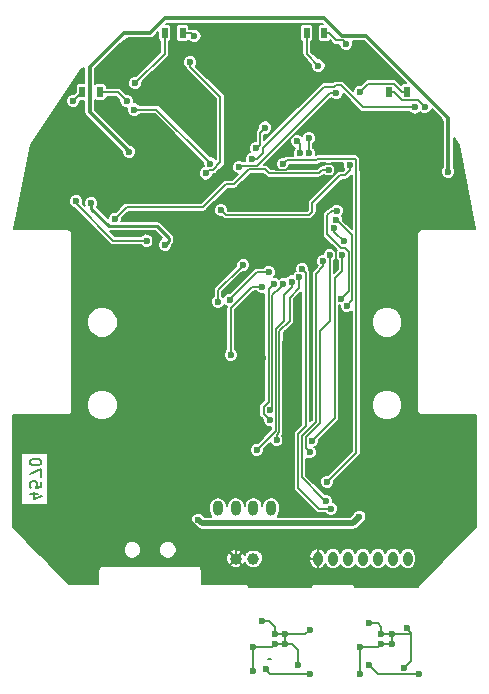
<source format=gbr>
G04 #@! TF.FileFunction,Copper,L2,Bot,Signal*
%FSLAX46Y46*%
G04 Gerber Fmt 4.6, Leading zero omitted, Abs format (unit mm)*
G04 Created by KiCad (PCBNEW 4.0.7) date 10/02/18 15:19:20*
%MOMM*%
%LPD*%
G01*
G04 APERTURE LIST*
%ADD10C,0.100000*%
%ADD11C,0.200000*%
%ADD12O,0.800000X1.200000*%
%ADD13O,0.900000X1.300000*%
%ADD14C,1.000000*%
%ADD15R,0.500000X0.900000*%
%ADD16C,0.600000*%
%ADD17C,0.150000*%
%ADD18C,0.250000*%
%ADD19C,0.300000*%
%ADD20C,0.500000*%
G04 APERTURE END LIST*
D10*
D11*
X127464286Y-96988095D02*
X126797619Y-96988095D01*
X127845238Y-97226191D02*
X127130952Y-97464286D01*
X127130952Y-96845238D01*
X127797619Y-95988095D02*
X127797619Y-96464286D01*
X127321429Y-96511905D01*
X127369048Y-96464286D01*
X127416667Y-96369048D01*
X127416667Y-96130952D01*
X127369048Y-96035714D01*
X127321429Y-95988095D01*
X127226190Y-95940476D01*
X126988095Y-95940476D01*
X126892857Y-95988095D01*
X126845238Y-96035714D01*
X126797619Y-96130952D01*
X126797619Y-96369048D01*
X126845238Y-96464286D01*
X126892857Y-96511905D01*
X127797619Y-95607143D02*
X127797619Y-94940476D01*
X126797619Y-95369048D01*
X127797619Y-94369048D02*
X127797619Y-94273809D01*
X127750000Y-94178571D01*
X127702381Y-94130952D01*
X127607143Y-94083333D01*
X127416667Y-94035714D01*
X127178571Y-94035714D01*
X126988095Y-94083333D01*
X126892857Y-94130952D01*
X126845238Y-94178571D01*
X126797619Y-94273809D01*
X126797619Y-94369048D01*
X126845238Y-94464286D01*
X126892857Y-94511905D01*
X126988095Y-94559524D01*
X127178571Y-94607143D01*
X127416667Y-94607143D01*
X127607143Y-94559524D01*
X127702381Y-94511905D01*
X127750000Y-94464286D01*
X127797619Y-94369048D01*
D12*
X158810000Y-102500000D03*
X157540000Y-102500000D03*
X156270000Y-102500000D03*
X155000000Y-102500000D03*
X153730000Y-102500000D03*
X152460000Y-102500000D03*
X151190000Y-102500000D03*
D13*
X142750000Y-98250000D03*
X144250000Y-98250000D03*
X145750000Y-98250000D03*
X147250000Y-98250000D03*
D14*
X144250000Y-102500000D03*
X145750000Y-102500000D03*
D15*
X157250000Y-63000000D03*
X158750000Y-63000000D03*
X150250000Y-58000000D03*
X151750000Y-58000000D03*
X139750000Y-58000000D03*
X138250000Y-58000000D03*
X131250000Y-63000000D03*
X132750000Y-63000000D03*
D16*
X138049000Y-68453000D03*
X145774989Y-66750000D03*
X150628761Y-77871239D03*
X131000000Y-77000000D03*
X133000000Y-69750000D03*
X147000000Y-96250000D03*
X145685000Y-95250000D03*
X144315000Y-95250000D03*
X146524946Y-85500000D03*
X135460755Y-74954990D03*
X152962852Y-71201165D03*
X153250000Y-72250000D03*
X148594628Y-83419696D03*
X144000000Y-75750000D03*
X147305562Y-69208444D03*
X150181250Y-71568750D03*
X150181250Y-72856250D03*
X150181250Y-74143750D03*
X150181250Y-75431250D03*
X148893750Y-75431250D03*
X148893750Y-74143750D03*
X148893750Y-72856250D03*
X148893750Y-71568750D03*
X147606250Y-71568750D03*
X147606250Y-72856250D03*
X147606250Y-74143750D03*
X147606250Y-75431250D03*
X146318750Y-75431250D03*
X146318750Y-74143750D03*
X146318750Y-72856250D03*
X146318750Y-71568750D03*
X149510381Y-80510381D03*
X144000000Y-79500000D03*
X145857080Y-80107080D03*
X138750000Y-96000000D03*
X138750000Y-94500000D03*
X138750000Y-95250000D03*
X136750000Y-72204990D03*
X135574014Y-77949159D03*
X152744957Y-77622114D03*
X155135381Y-75614619D03*
X162750000Y-98250000D03*
X162250000Y-96250000D03*
X155250000Y-97500000D03*
X130250000Y-97250000D03*
X131000000Y-98250000D03*
X132250000Y-96100000D03*
X132250000Y-96900000D03*
X134250000Y-97750000D03*
X142000000Y-78500000D03*
X140500000Y-84750000D03*
X163500000Y-71250000D03*
X156750000Y-72750000D03*
X141250000Y-70750000D03*
X135750000Y-73500000D03*
X129500000Y-74250000D03*
X128750000Y-72750000D03*
X154500000Y-67500000D03*
X145435000Y-82100000D03*
X145435000Y-82900000D03*
X144565000Y-82100000D03*
X144565000Y-82900000D03*
X146750000Y-66000000D03*
X146000000Y-67750000D03*
X144885381Y-77635381D03*
X142750000Y-80750000D03*
X160250000Y-64250000D03*
X151250000Y-60750000D03*
X140750000Y-58250000D03*
X130500000Y-63750000D03*
X138287475Y-75939312D03*
X132000000Y-72430001D03*
X135220111Y-68050651D03*
X162250000Y-69750000D03*
X148250000Y-69088000D03*
X152000000Y-96000000D03*
X146800012Y-111860374D03*
X150500000Y-112250000D03*
X145750000Y-112000000D03*
X149500000Y-111500000D03*
X148450000Y-108850000D03*
X147550000Y-108850000D03*
X147550000Y-109750000D03*
X148450000Y-109750000D03*
X150500000Y-108500000D03*
X146500000Y-107750000D03*
X145750000Y-110000000D03*
X155500000Y-111500000D03*
X159750000Y-112250000D03*
X158500000Y-111724990D03*
X154740260Y-112259740D03*
X158724990Y-108412986D03*
X155500000Y-107950000D03*
X157450000Y-109750000D03*
X157450000Y-108850000D03*
X157450000Y-109750000D03*
X156550000Y-109750000D03*
X156550000Y-108850000D03*
X154750000Y-110000000D03*
X149887587Y-77986040D03*
X152309989Y-98283320D03*
X151676650Y-77334173D03*
X151876301Y-97647055D03*
X148256519Y-79254061D03*
X147124968Y-89950001D03*
X147124968Y-90750000D03*
X147500000Y-79250000D03*
X136724990Y-75570438D03*
X130750000Y-72250000D03*
X152131104Y-69568801D03*
X134000000Y-73750000D03*
X149438722Y-67124968D03*
X149685617Y-68174979D03*
X150449988Y-68174979D03*
X150449995Y-66917191D03*
X154750000Y-63000000D03*
X153606500Y-58928000D03*
X135750000Y-62250000D03*
X135000000Y-63750000D03*
X152769848Y-73803025D03*
X153651019Y-81078219D03*
X152790669Y-73053302D03*
X153172783Y-80474722D03*
X140388288Y-60462204D03*
X141695388Y-69887870D03*
X142109009Y-69049970D03*
X135648417Y-64476403D03*
X145596429Y-68684978D03*
X159422948Y-64299775D03*
X144525010Y-69364339D03*
X152777700Y-63054261D03*
X154724990Y-98966271D03*
X141070079Y-99204931D03*
X152591232Y-74531457D03*
X153384979Y-75625898D03*
X153924981Y-69202139D03*
X143000000Y-73000000D03*
X152197501Y-76789842D03*
X150500000Y-93500000D03*
X148974702Y-79037891D03*
X146034363Y-93295010D03*
X153269967Y-76762491D03*
X150704990Y-92500000D03*
X149641501Y-78694531D03*
X147724990Y-92454990D03*
X143819364Y-85264206D03*
X146500000Y-79500000D03*
X143731515Y-80589969D03*
X147045010Y-78250000D03*
D17*
X147000000Y-111000000D02*
X147250000Y-111000000D01*
X151474939Y-70093811D02*
X150000000Y-71568750D01*
X152449939Y-70093811D02*
X151474939Y-70093811D01*
X151714459Y-69208444D02*
X151879103Y-69043800D01*
X152656105Y-69316800D02*
X152656106Y-69887644D01*
X152383105Y-69043800D02*
X152656105Y-69316800D01*
X151879103Y-69043800D02*
X152383105Y-69043800D01*
X148862158Y-69208444D02*
X151714459Y-69208444D01*
X148487601Y-69583001D02*
X148862158Y-69208444D01*
X147680119Y-69583001D02*
X148487601Y-69583001D01*
X152656106Y-69887644D02*
X152449939Y-70093811D01*
X147305562Y-69208444D02*
X147680119Y-69583001D01*
X138295010Y-67795010D02*
X138295010Y-68206990D01*
X138295010Y-68206990D02*
X138049000Y-68453000D01*
X129250000Y-71500000D02*
X133000000Y-71500000D01*
X133000000Y-71500000D02*
X136045010Y-71500000D01*
X133000000Y-69750000D02*
X133000000Y-71500000D01*
X128750000Y-72750000D02*
X128750000Y-72000000D01*
X128750000Y-72000000D02*
X129250000Y-71500000D01*
X136045010Y-71500000D02*
X136450001Y-71904991D01*
X136450001Y-71904991D02*
X136750000Y-72204990D01*
X145474990Y-67049999D02*
X145774989Y-66750000D01*
X141774989Y-70750000D02*
X145474990Y-67049999D01*
X141250000Y-70750000D02*
X141774989Y-70750000D01*
X152744957Y-77622114D02*
X152744957Y-76560296D01*
X151615911Y-75431250D02*
X150975000Y-75431250D01*
X150181250Y-77423728D02*
X150328762Y-77571240D01*
X150181250Y-75431250D02*
X150181250Y-77423728D01*
X152744957Y-76560296D02*
X151615911Y-75431250D01*
X150328762Y-77571240D02*
X150628761Y-77871239D01*
X150975000Y-75431250D02*
X150181250Y-75431250D01*
X148250000Y-94250000D02*
X139750000Y-94250000D01*
X139750000Y-94250000D02*
X138750000Y-95250000D01*
X148250000Y-84188588D02*
X148250000Y-94250000D01*
X146224947Y-85799999D02*
X146524946Y-85500000D01*
X142500000Y-86750000D02*
X145274946Y-86750000D01*
X148594628Y-83419696D02*
X148594628Y-83843960D01*
X146524946Y-85075736D02*
X146524946Y-85500000D01*
X145857080Y-80107080D02*
X146524946Y-80774946D01*
X145274946Y-86750000D02*
X146224947Y-85799999D01*
X146524946Y-80774946D02*
X146524946Y-85075736D01*
X148594628Y-83843960D02*
X148250000Y-84188588D01*
X155250000Y-99750000D02*
X155250000Y-97500000D01*
X154500000Y-100500000D02*
X155250000Y-99750000D01*
X152440000Y-100500000D02*
X154500000Y-100500000D01*
X151190000Y-102500000D02*
X151190000Y-101750000D01*
X151190000Y-101750000D02*
X152440000Y-100500000D01*
X144250000Y-102500000D02*
X144250000Y-101792894D01*
X144250000Y-101792894D02*
X144267895Y-101774999D01*
X144267895Y-101774999D02*
X149914999Y-101774999D01*
X149914999Y-101774999D02*
X150640000Y-102500000D01*
X150640000Y-102500000D02*
X151190000Y-102500000D01*
X138750000Y-96000000D02*
X138750000Y-90500000D01*
X138750000Y-90500000D02*
X142500000Y-86750000D01*
X143122672Y-102000001D02*
X143750001Y-102000001D01*
X140250000Y-98500000D02*
X140250000Y-99127329D01*
X140250000Y-99127329D02*
X143122672Y-102000001D01*
X143750001Y-102000001D02*
X144250000Y-102500000D01*
X138750000Y-97000000D02*
X140250000Y-98500000D01*
X138750000Y-96000000D02*
X138750000Y-97000000D01*
X134250000Y-97750000D02*
X136000000Y-96000000D01*
X136000000Y-96000000D02*
X138750000Y-96000000D01*
X132250000Y-96100000D02*
X132600000Y-96100000D01*
X132600000Y-96100000D02*
X133950001Y-97450001D01*
X133950001Y-97450001D02*
X134250000Y-97750000D01*
X132250000Y-96900000D02*
X132250000Y-96100000D01*
X130250000Y-97250000D02*
X131900000Y-97250000D01*
X131900000Y-97250000D02*
X132250000Y-96900000D01*
X142000000Y-78500000D02*
X136124855Y-78500000D01*
X136124855Y-78500000D02*
X135574014Y-77949159D01*
X144000000Y-75750000D02*
X146000000Y-75750000D01*
X146000000Y-75750000D02*
X146318750Y-75431250D01*
X135750000Y-73500000D02*
X141750000Y-73500000D01*
X141750000Y-73500000D02*
X144000000Y-75750000D01*
X137250000Y-75000000D02*
X137250000Y-76273173D01*
X137250000Y-76273173D02*
X135574014Y-77949159D01*
X137204990Y-74954990D02*
X137250000Y-75000000D01*
X135460755Y-74954990D02*
X137204990Y-74954990D01*
X129500000Y-74250000D02*
X129799999Y-73950001D01*
X131574856Y-73950001D02*
X135274015Y-77649160D01*
X135274015Y-77649160D02*
X135574014Y-77949159D01*
X129799999Y-73950001D02*
X131574856Y-73950001D01*
X128750000Y-72750000D02*
X128750000Y-73500000D01*
X128750000Y-73500000D02*
X129500000Y-74250000D01*
X141250000Y-70750000D02*
X138204990Y-70750000D01*
X138204990Y-70750000D02*
X136750000Y-72204990D01*
X138295010Y-67795010D02*
X141250000Y-70750000D01*
X150181250Y-71568750D02*
X150000000Y-71568750D01*
X150000000Y-71568750D02*
X148893750Y-71568750D01*
X147305562Y-69208444D02*
X147305562Y-68481124D01*
X149536686Y-66250000D02*
X153250000Y-66250000D01*
X147305562Y-68481124D02*
X149536686Y-66250000D01*
X154200001Y-67200001D02*
X154500000Y-67500000D01*
X153250000Y-66250000D02*
X154200001Y-67200001D01*
X156750000Y-72750000D02*
X156750000Y-71600000D01*
X156750000Y-71600000D02*
X154749999Y-69599999D01*
X154749999Y-69599999D02*
X154749998Y-68602354D01*
X154749998Y-68602354D02*
X154500000Y-68352356D01*
X154500000Y-68352356D02*
X154500000Y-67500000D01*
X156750000Y-72750000D02*
X162000000Y-72750000D01*
X162000000Y-72750000D02*
X163500000Y-71250000D01*
X149510381Y-80510381D02*
X149510381Y-82503943D01*
X149510381Y-82503943D02*
X148594628Y-83419696D01*
X145435000Y-82900000D02*
X145435000Y-80529160D01*
X145435000Y-80529160D02*
X145857080Y-80107080D01*
X147606250Y-71568750D02*
X146318750Y-71568750D01*
X148893750Y-71568750D02*
X147606250Y-71568750D01*
X150181250Y-72856250D02*
X150181250Y-71568750D01*
X150181250Y-72856250D02*
X148893750Y-72856250D01*
X147606250Y-72856250D02*
X148893750Y-72856250D01*
X146318750Y-72856250D02*
X147606250Y-72856250D01*
X146318750Y-74143750D02*
X147606250Y-74143750D01*
X148893750Y-74143750D02*
X147606250Y-74143750D01*
X150181250Y-74143750D02*
X148893750Y-74143750D01*
X150181250Y-75431250D02*
X150181250Y-74143750D01*
X150181250Y-75431250D02*
X148893750Y-75431250D01*
X147606250Y-75431250D02*
X148893750Y-75431250D01*
X146318750Y-75431250D02*
X147606250Y-75431250D01*
X143250000Y-78500000D02*
X146318750Y-75431250D01*
X142000000Y-78500000D02*
X143250000Y-78500000D01*
X140500000Y-84750000D02*
X142000000Y-83250000D01*
X142000000Y-83250000D02*
X142000000Y-78500000D01*
X142500000Y-86750000D02*
X140500000Y-84750000D01*
X146299999Y-66450001D02*
X146750000Y-66000000D01*
X146000000Y-67750000D02*
X146299999Y-67450001D01*
X146299999Y-67450001D02*
X146299999Y-66450001D01*
X142750000Y-79770762D02*
X144585382Y-77935380D01*
X142750000Y-80750000D02*
X142750000Y-79770762D01*
X144585382Y-77935380D02*
X144885381Y-77635381D01*
X157250000Y-63000000D02*
X157650000Y-63000000D01*
X157650000Y-63000000D02*
X158345001Y-63695001D01*
X158345001Y-63695001D02*
X159695001Y-63695001D01*
X159695001Y-63695001D02*
X160250000Y-64250000D01*
X150250000Y-58000000D02*
X150250000Y-59750000D01*
X150250000Y-59750000D02*
X151250000Y-60750000D01*
X139750000Y-58000000D02*
X140500000Y-58000000D01*
X140500000Y-58000000D02*
X140750000Y-58250000D01*
X131250000Y-63000000D02*
X130500000Y-63750000D01*
D18*
X137604979Y-74359989D02*
X138587474Y-75342484D01*
X132000000Y-72854265D02*
X133505724Y-74359989D01*
X132000000Y-72430001D02*
X132000000Y-72854265D01*
X133505724Y-74359989D02*
X137604979Y-74359989D01*
X138587474Y-75342484D02*
X138587474Y-75639313D01*
X138587474Y-75639313D02*
X138287475Y-75939312D01*
D19*
X151750000Y-56750000D02*
X138223998Y-56750000D01*
X134920112Y-67750652D02*
X135220111Y-68050651D01*
X131870002Y-64700542D02*
X134920112Y-67750652D01*
X131870002Y-60879998D02*
X131870002Y-64700542D01*
X138223998Y-56750000D02*
X137000000Y-57973998D01*
X153250000Y-58250000D02*
X151750000Y-56750000D01*
X155276002Y-58250000D02*
X153250000Y-58250000D01*
X162250000Y-69750000D02*
X162250000Y-65223998D01*
X137000000Y-57973998D02*
X134776002Y-57973998D01*
X162250000Y-65223998D02*
X155276002Y-58250000D01*
X134776002Y-57973998D02*
X131870002Y-60879998D01*
D17*
X148250000Y-69088000D02*
X148549999Y-68788001D01*
X148549999Y-68788001D02*
X151046937Y-68788001D01*
X151046937Y-68788001D02*
X151204217Y-68630721D01*
X154449989Y-93550011D02*
X154449989Y-68726623D01*
X154449989Y-68726623D02*
X154354087Y-68630721D01*
X152000000Y-96000000D02*
X154449989Y-93550011D01*
X154354087Y-68630721D02*
X151204217Y-68630721D01*
X147189638Y-112250000D02*
X147100011Y-112160373D01*
X150500000Y-112250000D02*
X147189638Y-112250000D01*
X147100011Y-112160373D02*
X146800012Y-111860374D01*
X145750000Y-112000000D02*
X145750000Y-110000000D01*
X149500000Y-111500000D02*
X149500000Y-110200000D01*
X149500000Y-110200000D02*
X149050000Y-109750000D01*
X149050000Y-109750000D02*
X148450000Y-109750000D01*
X148450000Y-108850000D02*
X150150000Y-108850000D01*
X150150000Y-108850000D02*
X150500000Y-108500000D01*
X147550000Y-108850000D02*
X147550000Y-108250000D01*
X147550000Y-108250000D02*
X147050000Y-107750000D01*
X147050000Y-107750000D02*
X146924264Y-107750000D01*
X146924264Y-107750000D02*
X146500000Y-107750000D01*
X148450000Y-108850000D02*
X147550000Y-108850000D01*
X148450000Y-109750000D02*
X148450000Y-108850000D01*
X147550000Y-109750000D02*
X148450000Y-109750000D01*
X145750000Y-110000000D02*
X147300000Y-110000000D01*
X147300000Y-110000000D02*
X147550000Y-109750000D01*
X156250000Y-112250000D02*
X155500000Y-111500000D01*
X159750000Y-112250000D02*
X156250000Y-112250000D01*
X154750000Y-110000000D02*
X154750000Y-112250000D01*
X154750000Y-112250000D02*
X154740260Y-112259740D01*
X158799999Y-111424991D02*
X158500000Y-111724990D01*
X159078762Y-108671238D02*
X159078762Y-111146228D01*
X159078762Y-111146228D02*
X158799999Y-111424991D01*
X159037015Y-108712985D02*
X159024989Y-108712985D01*
X159078762Y-108671238D02*
X159037015Y-108712985D01*
X159024989Y-108712985D02*
X158724990Y-108412986D01*
X157450000Y-108850000D02*
X158900000Y-108850000D01*
X158900000Y-108850000D02*
X159078762Y-108671238D01*
X156550000Y-108850000D02*
X156550000Y-108250000D01*
X156550000Y-108250000D02*
X156250000Y-107950000D01*
X156250000Y-107950000D02*
X155924264Y-107950000D01*
X155924264Y-107950000D02*
X155500000Y-107950000D01*
X154750000Y-110000000D02*
X156300000Y-110000000D01*
X156300000Y-110000000D02*
X156550000Y-109750000D01*
X157450000Y-108850000D02*
X156550000Y-108850000D01*
X157450000Y-109750000D02*
X157450000Y-108850000D01*
X156550000Y-109750000D02*
X157450000Y-109750000D01*
X150187586Y-91305676D02*
X150187586Y-78286039D01*
X149519967Y-96519967D02*
X149519967Y-94154312D01*
X149519967Y-94154312D02*
X149550011Y-94124268D01*
X149550011Y-94124268D02*
X149550011Y-91943251D01*
X152309989Y-98283320D02*
X151283320Y-98283320D01*
X151283320Y-98283320D02*
X149519967Y-96519967D01*
X149550011Y-91943251D02*
X150187586Y-91305676D01*
X150187586Y-78286039D02*
X149887587Y-77986040D01*
X156270000Y-102300000D02*
X156270000Y-102500000D01*
X151039967Y-78395120D02*
X151676650Y-77758437D01*
X149839978Y-95500000D02*
X149850022Y-95489956D01*
X149850022Y-95489956D02*
X149850022Y-92095803D01*
X151676650Y-77758437D02*
X151676650Y-77334173D01*
X151039967Y-90905858D02*
X151039967Y-78395120D01*
X149850022Y-92095803D02*
X151039967Y-90905858D01*
X149839978Y-95610732D02*
X151576302Y-97347056D01*
X151576302Y-97347056D02*
X151876301Y-97647055D01*
X149839978Y-95500000D02*
X149839978Y-95610732D01*
X149839978Y-95500000D02*
X149839978Y-95589978D01*
X147349967Y-89725002D02*
X147349967Y-80160613D01*
X147349967Y-80160613D02*
X147956520Y-79554060D01*
X147124968Y-89950001D02*
X147349967Y-89725002D01*
X147956520Y-79554060D02*
X148256519Y-79254061D01*
X146599966Y-89697999D02*
X146599966Y-90224998D01*
X146824969Y-90450001D02*
X147124968Y-90750000D01*
X147500000Y-79250000D02*
X147049956Y-79700044D01*
X147049956Y-89248009D02*
X146599966Y-89697999D01*
X146599966Y-90224998D02*
X146824969Y-90450001D01*
X147049956Y-79700044D02*
X147049956Y-89248009D01*
X136300726Y-75570438D02*
X136724990Y-75570438D01*
X133830286Y-75570438D02*
X136300726Y-75570438D01*
X130689849Y-72430001D02*
X133830286Y-75570438D01*
X151275072Y-69869399D02*
X151575670Y-69568801D01*
X141500000Y-72750000D02*
X143449989Y-70800011D01*
X135000000Y-72750000D02*
X141500000Y-72750000D01*
X147062797Y-69869399D02*
X151275072Y-69869399D01*
X151706840Y-69568801D02*
X152131104Y-69568801D01*
X146743397Y-69549999D02*
X147062797Y-69869399D01*
X143449989Y-70800011D02*
X144124268Y-70800011D01*
X144124268Y-70800011D02*
X145374280Y-69549999D01*
X145374280Y-69549999D02*
X146743397Y-69549999D01*
X151575670Y-69568801D02*
X151706840Y-69568801D01*
X134000000Y-73750000D02*
X135000000Y-72750000D01*
X149685617Y-68174979D02*
X149685617Y-67371863D01*
X149663721Y-67349967D02*
X149438722Y-67124968D01*
X149685617Y-67371863D02*
X149663721Y-67349967D01*
X150449995Y-68174972D02*
X150449988Y-68174979D01*
X150449995Y-66917191D02*
X150449995Y-68174972D01*
X158750000Y-63000000D02*
X158350000Y-63000000D01*
X158350000Y-63000000D02*
X157654999Y-62304999D01*
X157654999Y-62304999D02*
X155445001Y-62304999D01*
X155445001Y-62304999D02*
X154750000Y-63000000D01*
X153606500Y-58928000D02*
X153306501Y-58628001D01*
X153306501Y-58628001D02*
X152778001Y-58628001D01*
X152778001Y-58628001D02*
X152150000Y-58000000D01*
X152150000Y-58000000D02*
X151750000Y-58000000D01*
X138250000Y-58000000D02*
X138250000Y-59750000D01*
X138250000Y-59750000D02*
X135750000Y-62250000D01*
X132750000Y-63000000D02*
X134250000Y-63000000D01*
X134250000Y-63000000D02*
X135000000Y-63750000D01*
X153069847Y-74103024D02*
X152769848Y-73803025D01*
X154094980Y-75128157D02*
X153069847Y-74103024D01*
X153651019Y-81078219D02*
X154094980Y-80634258D01*
X154094980Y-80634258D02*
X154094980Y-75128157D01*
X153794969Y-79852536D02*
X153794969Y-76510489D01*
X153172783Y-80474722D02*
X153794969Y-79852536D01*
X153489479Y-76204999D02*
X153157476Y-76204999D01*
X153794969Y-76510489D02*
X153489479Y-76204999D01*
X152000000Y-75047523D02*
X152000000Y-73419707D01*
X153157476Y-76204999D02*
X152000000Y-75047523D01*
X152000000Y-73419707D02*
X152366405Y-73053302D01*
X152366405Y-73053302D02*
X152790669Y-73053302D01*
X140388288Y-60462204D02*
X140388288Y-60886468D01*
X140388288Y-60886468D02*
X142949989Y-63448169D01*
X142949989Y-63448169D02*
X142949989Y-68951469D01*
X142949989Y-68951469D02*
X142313587Y-69587871D01*
X142313587Y-69587871D02*
X141995387Y-69587871D01*
X141995387Y-69587871D02*
X141695388Y-69887870D01*
X137535442Y-64476403D02*
X141809010Y-68749971D01*
X141809010Y-68749971D02*
X142109009Y-69049970D01*
X135648417Y-64476403D02*
X137535442Y-64476403D01*
X146525001Y-68180670D02*
X146020693Y-68684978D01*
X151734096Y-62547311D02*
X146525001Y-67756406D01*
X152577605Y-62547311D02*
X151734096Y-62547311D01*
X152711294Y-62413622D02*
X152577605Y-62547311D01*
X153163622Y-62413622D02*
X152711294Y-62413622D01*
X155049775Y-64299775D02*
X153163622Y-62413622D01*
X146020693Y-68684978D02*
X145596429Y-68684978D01*
X159422948Y-64299775D02*
X155049775Y-64299775D01*
X146525001Y-67756406D02*
X146525001Y-68180670D01*
X152777700Y-63054261D02*
X152243177Y-63054261D01*
X146070225Y-69227213D02*
X144662136Y-69227213D01*
X152243177Y-63054261D02*
X146070225Y-69227213D01*
X144662136Y-69227213D02*
X144525010Y-69364339D01*
D20*
X141070079Y-99204931D02*
X141370078Y-99504930D01*
X154186331Y-99504930D02*
X154424991Y-99266270D01*
X154424991Y-99266270D02*
X154724990Y-98966271D01*
X141370078Y-99504930D02*
X154186331Y-99504930D01*
D17*
X152591232Y-74832151D02*
X152591232Y-74531457D01*
X153384979Y-75625898D02*
X152591232Y-74832151D01*
X153501375Y-70050009D02*
X153924981Y-69626403D01*
X153077111Y-70050009D02*
X153501375Y-70050009D01*
X153924981Y-69626403D02*
X153924981Y-69202139D01*
X150726251Y-72400869D02*
X153077111Y-70050009D01*
X150726251Y-73117851D02*
X150726251Y-72400869D01*
X150442851Y-73401251D02*
X150726251Y-73117851D01*
X143401251Y-73401251D02*
X150442851Y-73401251D01*
X143000000Y-73000000D02*
X143401251Y-73401251D01*
X152201651Y-77218256D02*
X152197501Y-77214106D01*
X150159989Y-93159989D02*
X150159989Y-92238399D01*
X152201651Y-77586174D02*
X152201651Y-77218256D01*
X152197501Y-82397373D02*
X152197501Y-77590324D01*
X151359978Y-83234896D02*
X152197501Y-82397373D01*
X151359978Y-91038410D02*
X151359978Y-83234896D01*
X150159989Y-92238399D02*
X151359978Y-91038410D01*
X150500000Y-93500000D02*
X150159989Y-93159989D01*
X152197501Y-77590324D02*
X152201651Y-77586174D01*
X152197501Y-77214106D02*
X152197501Y-76789842D01*
X147649978Y-83090857D02*
X148320009Y-82420826D01*
X148320009Y-80149265D02*
X148974702Y-79494572D01*
X148974702Y-79462155D02*
X148974702Y-79037891D01*
X147649978Y-91679395D02*
X147649978Y-83090857D01*
X146034363Y-93295010D02*
X147649978Y-91679395D01*
X148974702Y-79494572D02*
X148974702Y-79462155D01*
X148320009Y-82420826D02*
X148320009Y-80149265D01*
X150704990Y-92500000D02*
X152627782Y-90577208D01*
X152627782Y-90577208D02*
X152627782Y-78764530D01*
X152627782Y-78764530D02*
X153269967Y-78122345D01*
X153269967Y-78122345D02*
X153269967Y-77186755D01*
X153269967Y-77186755D02*
X153269967Y-76762491D01*
X148799999Y-82393399D02*
X148799999Y-80393399D01*
X147724990Y-92030726D02*
X147949989Y-91805727D01*
X149641501Y-79118795D02*
X149641501Y-78694531D01*
X149641501Y-79551897D02*
X149641501Y-79118795D01*
X148799999Y-80393399D02*
X149641501Y-79551897D01*
X147949989Y-83243409D02*
X148799999Y-82393399D01*
X147949989Y-91805727D02*
X147949989Y-83243409D01*
X147724990Y-92454990D02*
X147724990Y-92030726D01*
X146500000Y-79500000D02*
X145628088Y-79500000D01*
X145628088Y-79500000D02*
X143819364Y-81308724D01*
X143819364Y-84839942D02*
X143819364Y-85264206D01*
X143819364Y-81308724D02*
X143819364Y-84839942D01*
X147045010Y-78250000D02*
X146071484Y-78250000D01*
X146071484Y-78250000D02*
X144031514Y-80289970D01*
X144031514Y-80289970D02*
X143731515Y-80589969D01*
D11*
G36*
X151607727Y-57244123D02*
X151500000Y-57244123D01*
X151388827Y-57265042D01*
X151286721Y-57330745D01*
X151218222Y-57430997D01*
X151194123Y-57550000D01*
X151194123Y-58450000D01*
X151215042Y-58561173D01*
X151280745Y-58663279D01*
X151380997Y-58731778D01*
X151500000Y-58755877D01*
X152000000Y-58755877D01*
X152111173Y-58734958D01*
X152213279Y-58669255D01*
X152243985Y-58624315D01*
X152512836Y-58893166D01*
X152634495Y-58974456D01*
X152778001Y-59003001D01*
X153006434Y-59003001D01*
X153006396Y-59046824D01*
X153097548Y-59267429D01*
X153266183Y-59436359D01*
X153486629Y-59527896D01*
X153725324Y-59528104D01*
X153945929Y-59436952D01*
X154114859Y-59268317D01*
X154206396Y-59047871D01*
X154206604Y-58809176D01*
X154161493Y-58700000D01*
X155089606Y-58700000D01*
X158633729Y-62244123D01*
X158500000Y-62244123D01*
X158388827Y-62265042D01*
X158286721Y-62330745D01*
X158256015Y-62375685D01*
X157920164Y-62039834D01*
X157798506Y-61958544D01*
X157654999Y-61929999D01*
X155445001Y-61929999D01*
X155301494Y-61958544D01*
X155179836Y-62039834D01*
X154819610Y-62400060D01*
X154631176Y-62399896D01*
X154410571Y-62491048D01*
X154241641Y-62659683D01*
X154153142Y-62872812D01*
X153428787Y-62148457D01*
X153307129Y-62067167D01*
X153163622Y-62038622D01*
X152711294Y-62038622D01*
X152567788Y-62067167D01*
X152446129Y-62148457D01*
X152422275Y-62172311D01*
X151734096Y-62172311D01*
X151590590Y-62200856D01*
X151468931Y-62282146D01*
X146674999Y-67076078D01*
X146674999Y-66605331D01*
X146680390Y-66599940D01*
X146868824Y-66600104D01*
X147089429Y-66508952D01*
X147258359Y-66340317D01*
X147349896Y-66119871D01*
X147350104Y-65881176D01*
X147258952Y-65660571D01*
X147090317Y-65491641D01*
X146869871Y-65400104D01*
X146631176Y-65399896D01*
X146410571Y-65491048D01*
X146241641Y-65659683D01*
X146150104Y-65880129D01*
X146149939Y-66069731D01*
X146034834Y-66184836D01*
X145953544Y-66306494D01*
X145953544Y-66306495D01*
X145924999Y-66450001D01*
X145924999Y-67149934D01*
X145881176Y-67149896D01*
X145660571Y-67241048D01*
X145491641Y-67409683D01*
X145400104Y-67630129D01*
X145399896Y-67868824D01*
X145489170Y-68084884D01*
X145477605Y-68084874D01*
X145257000Y-68176026D01*
X145088070Y-68344661D01*
X144996533Y-68565107D01*
X144996325Y-68803802D01*
X145016328Y-68852213D01*
X144856255Y-68852213D01*
X144644881Y-68764443D01*
X144406186Y-68764235D01*
X144185581Y-68855387D01*
X144016651Y-69024022D01*
X143925114Y-69244468D01*
X143924906Y-69483163D01*
X144016058Y-69703768D01*
X144184693Y-69872698D01*
X144405139Y-69964235D01*
X144429693Y-69964256D01*
X143968938Y-70425011D01*
X143449989Y-70425011D01*
X143306482Y-70453556D01*
X143184824Y-70534846D01*
X141344670Y-72375000D01*
X135000000Y-72375000D01*
X134856494Y-72403545D01*
X134734835Y-72484835D01*
X134069610Y-73150060D01*
X133881176Y-73149896D01*
X133660571Y-73241048D01*
X133491641Y-73409683D01*
X133400104Y-73630129D01*
X133400084Y-73653308D01*
X132510922Y-72764146D01*
X132599896Y-72549872D01*
X132600104Y-72311177D01*
X132508952Y-72090572D01*
X132340317Y-71921642D01*
X132119871Y-71830105D01*
X131881176Y-71829897D01*
X131660571Y-71921049D01*
X131491641Y-72089684D01*
X131400104Y-72310130D01*
X131399896Y-72548825D01*
X131442773Y-72652595D01*
X131294194Y-72504016D01*
X131349896Y-72369871D01*
X131350104Y-72131176D01*
X131258952Y-71910571D01*
X131090317Y-71741641D01*
X130869871Y-71650104D01*
X130631176Y-71649896D01*
X130410571Y-71741048D01*
X130241641Y-71909683D01*
X130150104Y-72130129D01*
X130149896Y-72368824D01*
X130241048Y-72589429D01*
X130409683Y-72758359D01*
X130543402Y-72813884D01*
X133565121Y-75835603D01*
X133686780Y-75916893D01*
X133830286Y-75945438D01*
X136251547Y-75945438D01*
X136384673Y-76078797D01*
X136605119Y-76170334D01*
X136843814Y-76170542D01*
X137064419Y-76079390D01*
X137233349Y-75910755D01*
X137324886Y-75690309D01*
X137325094Y-75451614D01*
X137233942Y-75231009D01*
X137065307Y-75062079D01*
X136844861Y-74970542D01*
X136606166Y-74970334D01*
X136385561Y-75061486D01*
X136251375Y-75195438D01*
X133985616Y-75195438D01*
X133575167Y-74784989D01*
X137428939Y-74784989D01*
X138037392Y-75393443D01*
X137948046Y-75430360D01*
X137779116Y-75598995D01*
X137687579Y-75819441D01*
X137687371Y-76058136D01*
X137778523Y-76278741D01*
X137947158Y-76447671D01*
X138167604Y-76539208D01*
X138406299Y-76539416D01*
X138626904Y-76448264D01*
X138795834Y-76279629D01*
X138887371Y-76059183D01*
X138887475Y-75940353D01*
X138887995Y-75939833D01*
X138980123Y-75801954D01*
X139012474Y-75639313D01*
X139012474Y-75342484D01*
X138980123Y-75179844D01*
X138980123Y-75179843D01*
X138887995Y-75041964D01*
X137905499Y-74059469D01*
X137767620Y-73967340D01*
X137728290Y-73959517D01*
X137604979Y-73934989D01*
X134572857Y-73934989D01*
X134599896Y-73869871D01*
X134600061Y-73680269D01*
X135155330Y-73125000D01*
X141500000Y-73125000D01*
X141643507Y-73096455D01*
X141765165Y-73015165D01*
X143605319Y-71175011D01*
X144124268Y-71175011D01*
X144267775Y-71146466D01*
X144389433Y-71065176D01*
X145529610Y-69924999D01*
X146588067Y-69924999D01*
X146797632Y-70134564D01*
X146919291Y-70215854D01*
X147062797Y-70244399D01*
X151275072Y-70244399D01*
X151418579Y-70215854D01*
X151540237Y-70134564D01*
X151694298Y-69980503D01*
X151790787Y-70077160D01*
X152011233Y-70168697D01*
X152249928Y-70168905D01*
X152470533Y-70077753D01*
X152639463Y-69909118D01*
X152731000Y-69688672D01*
X152731208Y-69449977D01*
X152640056Y-69229372D01*
X152471421Y-69060442D01*
X152339638Y-69005721D01*
X153356870Y-69005721D01*
X153325085Y-69082268D01*
X153324877Y-69320963D01*
X153416029Y-69541568D01*
X153447730Y-69573324D01*
X153346045Y-69675009D01*
X153077111Y-69675009D01*
X152933604Y-69703554D01*
X152811946Y-69784844D01*
X150461086Y-72135704D01*
X150379796Y-72257362D01*
X150369300Y-72310130D01*
X150351251Y-72400869D01*
X150351251Y-72962521D01*
X150287521Y-73026251D01*
X143599978Y-73026251D01*
X143600104Y-72881176D01*
X143508952Y-72660571D01*
X143340317Y-72491641D01*
X143119871Y-72400104D01*
X142881176Y-72399896D01*
X142660571Y-72491048D01*
X142491641Y-72659683D01*
X142400104Y-72880129D01*
X142399896Y-73118824D01*
X142491048Y-73339429D01*
X142659683Y-73508359D01*
X142880129Y-73599896D01*
X143069731Y-73600061D01*
X143136086Y-73666416D01*
X143257745Y-73747706D01*
X143401251Y-73776251D01*
X150442851Y-73776251D01*
X150586358Y-73747706D01*
X150708016Y-73666416D01*
X150991416Y-73383016D01*
X151072706Y-73261358D01*
X151101251Y-73117851D01*
X151101251Y-72556199D01*
X153232441Y-70425009D01*
X153501375Y-70425009D01*
X153644882Y-70396464D01*
X153766540Y-70315174D01*
X154074989Y-70006725D01*
X154074989Y-74577836D01*
X153369788Y-73872635D01*
X153369952Y-73684201D01*
X153278800Y-73463596D01*
X153253908Y-73438660D01*
X153299028Y-73393619D01*
X153390565Y-73173173D01*
X153390773Y-72934478D01*
X153299621Y-72713873D01*
X153130986Y-72544943D01*
X152910540Y-72453406D01*
X152671845Y-72453198D01*
X152451240Y-72544350D01*
X152304773Y-72690561D01*
X152222898Y-72706847D01*
X152101240Y-72788137D01*
X151734835Y-73154542D01*
X151653545Y-73276200D01*
X151632298Y-73383016D01*
X151625000Y-73419707D01*
X151625000Y-75047523D01*
X151653545Y-75191030D01*
X151734835Y-75312688D01*
X152803001Y-76380854D01*
X152761608Y-76422174D01*
X152728114Y-76502837D01*
X152706453Y-76450413D01*
X152537818Y-76281483D01*
X152317372Y-76189946D01*
X152078677Y-76189738D01*
X151858072Y-76280890D01*
X151689142Y-76449525D01*
X151597605Y-76669971D01*
X151597549Y-76734104D01*
X151557826Y-76734069D01*
X151337221Y-76825221D01*
X151168291Y-76993856D01*
X151076754Y-77214302D01*
X151076546Y-77452997D01*
X151167698Y-77673602D01*
X151199399Y-77705358D01*
X150774802Y-78129955D01*
X150693512Y-78251613D01*
X150678821Y-78325469D01*
X150664967Y-78395120D01*
X150664967Y-90750528D01*
X150562586Y-90852909D01*
X150562586Y-78286039D01*
X150534041Y-78142533D01*
X150487512Y-78072897D01*
X150487691Y-77867216D01*
X150396539Y-77646611D01*
X150227904Y-77477681D01*
X150007458Y-77386144D01*
X149768763Y-77385936D01*
X149548158Y-77477088D01*
X149379228Y-77645723D01*
X149287691Y-77866169D01*
X149287483Y-78104864D01*
X149318098Y-78178957D01*
X149302072Y-78185579D01*
X149133142Y-78354214D01*
X149097797Y-78439334D01*
X149094573Y-78437995D01*
X148855878Y-78437787D01*
X148635273Y-78528939D01*
X148470628Y-78693296D01*
X148376390Y-78654165D01*
X148137695Y-78653957D01*
X147917090Y-78745109D01*
X147880370Y-78781764D01*
X147840317Y-78741641D01*
X147619871Y-78650104D01*
X147493588Y-78649994D01*
X147553369Y-78590317D01*
X147644906Y-78369871D01*
X147645114Y-78131176D01*
X147553962Y-77910571D01*
X147385327Y-77741641D01*
X147164881Y-77650104D01*
X146926186Y-77649896D01*
X146705581Y-77741048D01*
X146571395Y-77875000D01*
X146071484Y-77875000D01*
X145927977Y-77903545D01*
X145806319Y-77984835D01*
X143801125Y-79990029D01*
X143612691Y-79989865D01*
X143392086Y-80081017D01*
X143223156Y-80249652D01*
X143186482Y-80337974D01*
X143125000Y-80276385D01*
X143125000Y-79926092D01*
X144815771Y-78235321D01*
X145004205Y-78235485D01*
X145224810Y-78144333D01*
X145393740Y-77975698D01*
X145485277Y-77755252D01*
X145485485Y-77516557D01*
X145394333Y-77295952D01*
X145225698Y-77127022D01*
X145005252Y-77035485D01*
X144766557Y-77035277D01*
X144545952Y-77126429D01*
X144377022Y-77295064D01*
X144285485Y-77515510D01*
X144285320Y-77705112D01*
X142484835Y-79505597D01*
X142403545Y-79627255D01*
X142403545Y-79627256D01*
X142375000Y-79770762D01*
X142375000Y-80276557D01*
X142241641Y-80409683D01*
X142150104Y-80630129D01*
X142149896Y-80868824D01*
X142241048Y-81089429D01*
X142409683Y-81258359D01*
X142630129Y-81349896D01*
X142868824Y-81350104D01*
X143089429Y-81258952D01*
X143258359Y-81090317D01*
X143295033Y-81001995D01*
X143391198Y-81098328D01*
X143490149Y-81139416D01*
X143472909Y-81165217D01*
X143461669Y-81221726D01*
X143444364Y-81308724D01*
X143444364Y-84790763D01*
X143311005Y-84923889D01*
X143219468Y-85144335D01*
X143219260Y-85383030D01*
X143310412Y-85603635D01*
X143479047Y-85772565D01*
X143699493Y-85864102D01*
X143938188Y-85864310D01*
X144158793Y-85773158D01*
X144327723Y-85604523D01*
X144419260Y-85384077D01*
X144419468Y-85145382D01*
X144328316Y-84924777D01*
X144194364Y-84790591D01*
X144194364Y-81464054D01*
X145783418Y-79875000D01*
X146026557Y-79875000D01*
X146159683Y-80008359D01*
X146380129Y-80099896D01*
X146618824Y-80100104D01*
X146674956Y-80076911D01*
X146674956Y-89092679D01*
X146334801Y-89432834D01*
X146253511Y-89554492D01*
X146253511Y-89554493D01*
X146224966Y-89697999D01*
X146224966Y-90224998D01*
X146253511Y-90368505D01*
X146334801Y-90490163D01*
X146525028Y-90680390D01*
X146524864Y-90868824D01*
X146616016Y-91089429D01*
X146784651Y-91258359D01*
X147005097Y-91349896D01*
X147243792Y-91350104D01*
X147274978Y-91337218D01*
X147274978Y-91524065D01*
X146103973Y-92695070D01*
X145915539Y-92694906D01*
X145694934Y-92786058D01*
X145526004Y-92954693D01*
X145434467Y-93175139D01*
X145434259Y-93413834D01*
X145525411Y-93634439D01*
X145694046Y-93803369D01*
X145914492Y-93894906D01*
X146153187Y-93895114D01*
X146373792Y-93803962D01*
X146542722Y-93635327D01*
X146634259Y-93414881D01*
X146634424Y-93225279D01*
X147171960Y-92687743D01*
X147216038Y-92794419D01*
X147384673Y-92963349D01*
X147605119Y-93054886D01*
X147843814Y-93055094D01*
X148064419Y-92963942D01*
X148233349Y-92795307D01*
X148324886Y-92574861D01*
X148325094Y-92336166D01*
X148233942Y-92115561D01*
X148202241Y-92083805D01*
X148215154Y-92070892D01*
X148296444Y-91949233D01*
X148324989Y-91805727D01*
X148324989Y-83398739D01*
X149065164Y-82658564D01*
X149146454Y-82536905D01*
X149174999Y-82393399D01*
X149174999Y-80548729D01*
X149812586Y-79911142D01*
X149812586Y-91150346D01*
X149284846Y-91678086D01*
X149203556Y-91799744D01*
X149183635Y-91899896D01*
X149175011Y-91943251D01*
X149175011Y-94008562D01*
X149173512Y-94010805D01*
X149173512Y-94010806D01*
X149144967Y-94154312D01*
X149144967Y-96519967D01*
X149173512Y-96663474D01*
X149254802Y-96785132D01*
X151018155Y-98548485D01*
X151139814Y-98629775D01*
X151283320Y-98658320D01*
X151836546Y-98658320D01*
X151969672Y-98791679D01*
X152190118Y-98883216D01*
X152428813Y-98883424D01*
X152649418Y-98792272D01*
X152818348Y-98623637D01*
X152909885Y-98403191D01*
X152910093Y-98164496D01*
X152818941Y-97943891D01*
X152650306Y-97774961D01*
X152476253Y-97702688D01*
X152476405Y-97528231D01*
X152385253Y-97307626D01*
X152216618Y-97138696D01*
X151996172Y-97047159D01*
X151806570Y-97046994D01*
X150225022Y-95465446D01*
X150225022Y-94035490D01*
X150380129Y-94099896D01*
X150618824Y-94100104D01*
X150839429Y-94008952D01*
X151008359Y-93840317D01*
X151099896Y-93619871D01*
X151100104Y-93381176D01*
X151008952Y-93160571D01*
X150912153Y-93063603D01*
X151044419Y-93008952D01*
X151213349Y-92840317D01*
X151304886Y-92619871D01*
X151305051Y-92430269D01*
X152892947Y-90842373D01*
X152974237Y-90720714D01*
X153002782Y-90577208D01*
X153002782Y-81053802D01*
X153051022Y-81073833D01*
X153050915Y-81197043D01*
X153142067Y-81417648D01*
X153310702Y-81586578D01*
X153531148Y-81678115D01*
X153769843Y-81678323D01*
X153990448Y-81587171D01*
X154074989Y-81502778D01*
X154074989Y-93394681D01*
X152069610Y-95400060D01*
X151881176Y-95399896D01*
X151660571Y-95491048D01*
X151491641Y-95659683D01*
X151400104Y-95880129D01*
X151399896Y-96118824D01*
X151491048Y-96339429D01*
X151659683Y-96508359D01*
X151880129Y-96599896D01*
X152118824Y-96600104D01*
X152339429Y-96508952D01*
X152508359Y-96340317D01*
X152599896Y-96119871D01*
X152600061Y-95930269D01*
X154715154Y-93815176D01*
X154796444Y-93693517D01*
X154824989Y-93550011D01*
X154824989Y-89757452D01*
X155749774Y-89757452D01*
X155947271Y-90235429D01*
X156312647Y-90601444D01*
X156790279Y-90799774D01*
X157307452Y-90800226D01*
X157785429Y-90602729D01*
X158151444Y-90237353D01*
X158349774Y-89759721D01*
X158350226Y-89242548D01*
X158152729Y-88764571D01*
X157787353Y-88398556D01*
X157309721Y-88200226D01*
X156792548Y-88199774D01*
X156314571Y-88397271D01*
X155948556Y-88762647D01*
X155750226Y-89240279D01*
X155749774Y-89757452D01*
X154824989Y-89757452D01*
X154824989Y-82757452D01*
X155749774Y-82757452D01*
X155947271Y-83235429D01*
X156312647Y-83601444D01*
X156790279Y-83799774D01*
X157307452Y-83800226D01*
X157785429Y-83602729D01*
X158151444Y-83237353D01*
X158349774Y-82759721D01*
X158350226Y-82242548D01*
X158152729Y-81764571D01*
X157787353Y-81398556D01*
X157309721Y-81200226D01*
X156792548Y-81199774D01*
X156314571Y-81397271D01*
X155948556Y-81762647D01*
X155750226Y-82240279D01*
X155749774Y-82757452D01*
X154824989Y-82757452D01*
X154824989Y-68726623D01*
X154800800Y-68605014D01*
X154796444Y-68583116D01*
X154715154Y-68461458D01*
X154619252Y-68365556D01*
X154497594Y-68284266D01*
X154354087Y-68255721D01*
X151204217Y-68255721D01*
X151060711Y-68284266D01*
X151049887Y-68291498D01*
X151050092Y-68056155D01*
X150958940Y-67835550D01*
X150824995Y-67701371D01*
X150824995Y-67390634D01*
X150958354Y-67257508D01*
X151049891Y-67037062D01*
X151050099Y-66798367D01*
X150958947Y-66577762D01*
X150790312Y-66408832D01*
X150569866Y-66317295D01*
X150331171Y-66317087D01*
X150110566Y-66408239D01*
X149941636Y-66576874D01*
X149882218Y-66719969D01*
X149779039Y-66616609D01*
X149558593Y-66525072D01*
X149319898Y-66524864D01*
X149290938Y-66536830D01*
X152351341Y-63476427D01*
X152437383Y-63562620D01*
X152657829Y-63654157D01*
X152896524Y-63654365D01*
X153117129Y-63563213D01*
X153286059Y-63394578D01*
X153377596Y-63174132D01*
X153377610Y-63157940D01*
X154784610Y-64564940D01*
X154906268Y-64646230D01*
X155049775Y-64674775D01*
X158949505Y-64674775D01*
X159082631Y-64808134D01*
X159303077Y-64899671D01*
X159541772Y-64899879D01*
X159762377Y-64808727D01*
X159861343Y-64709934D01*
X159909683Y-64758359D01*
X160130129Y-64849896D01*
X160368824Y-64850104D01*
X160589429Y-64758952D01*
X160758359Y-64590317D01*
X160823367Y-64433761D01*
X161598176Y-65208570D01*
X161800000Y-65510621D01*
X161800000Y-69351426D01*
X161741641Y-69409683D01*
X161650104Y-69630129D01*
X161649896Y-69868824D01*
X161741048Y-70089429D01*
X161909683Y-70258359D01*
X162130129Y-70349896D01*
X162368824Y-70350104D01*
X162589429Y-70258952D01*
X162758359Y-70090317D01*
X162849896Y-69869871D01*
X162850104Y-69631176D01*
X162758952Y-69410571D01*
X162700000Y-69351516D01*
X162700000Y-66857566D01*
X163124349Y-67492650D01*
X164543061Y-74625000D01*
X160000000Y-74625000D01*
X159856494Y-74653545D01*
X159734835Y-74734835D01*
X159653545Y-74856494D01*
X159625000Y-75000000D01*
X159625000Y-90000000D01*
X159653545Y-90143506D01*
X159734835Y-90265165D01*
X159856494Y-90346455D01*
X160000000Y-90375000D01*
X164625000Y-90375000D01*
X164625000Y-99844670D01*
X159734835Y-104734835D01*
X159653545Y-104856493D01*
X159644891Y-104900000D01*
X154355109Y-104900000D01*
X154346455Y-104856494D01*
X154265165Y-104734835D01*
X154143506Y-104653545D01*
X154000000Y-104625000D01*
X151000000Y-104625000D01*
X150856494Y-104653545D01*
X150734835Y-104734835D01*
X150653545Y-104856494D01*
X150644891Y-104900000D01*
X145355109Y-104900000D01*
X145346455Y-104856494D01*
X145265165Y-104734835D01*
X145143506Y-104653545D01*
X145000000Y-104625000D01*
X141375000Y-104625000D01*
X141375000Y-103500000D01*
X141346455Y-103356494D01*
X141265165Y-103234835D01*
X141143506Y-103153545D01*
X141000000Y-103125000D01*
X133000000Y-103125000D01*
X132856494Y-103153545D01*
X132734835Y-103234835D01*
X132653545Y-103356494D01*
X132625000Y-103500000D01*
X132625000Y-104625000D01*
X130155330Y-104625000D01*
X128557588Y-103027258D01*
X143729813Y-103027258D01*
X143774613Y-103162820D01*
X144064450Y-103294289D01*
X144382535Y-103304834D01*
X144680443Y-103192851D01*
X144725387Y-103162820D01*
X144770187Y-103027258D01*
X144250000Y-102507071D01*
X143729813Y-103027258D01*
X128557588Y-103027258D01*
X128162865Y-102632535D01*
X143445166Y-102632535D01*
X143557149Y-102930443D01*
X143587180Y-102975387D01*
X143722742Y-103020187D01*
X144242929Y-102500000D01*
X144257071Y-102500000D01*
X144777258Y-103020187D01*
X144912820Y-102975387D01*
X145000738Y-102781563D01*
X145071397Y-102952572D01*
X145296245Y-103177812D01*
X145590172Y-103299861D01*
X145908432Y-103300139D01*
X146202572Y-103178603D01*
X146427812Y-102953755D01*
X146549861Y-102659828D01*
X146549996Y-102505000D01*
X150490000Y-102505000D01*
X150490000Y-102705000D01*
X150545198Y-102972498D01*
X150698561Y-103198510D01*
X150926741Y-103348629D01*
X151075560Y-103390582D01*
X151185000Y-103324980D01*
X151185000Y-102505000D01*
X150490000Y-102505000D01*
X146549996Y-102505000D01*
X146550139Y-102341568D01*
X146530898Y-102295000D01*
X150490000Y-102295000D01*
X150490000Y-102495000D01*
X151185000Y-102495000D01*
X151185000Y-101675020D01*
X151195000Y-101675020D01*
X151195000Y-102495000D01*
X151215000Y-102495000D01*
X151215000Y-102505000D01*
X151195000Y-102505000D01*
X151195000Y-103324980D01*
X151304440Y-103390582D01*
X151453259Y-103348629D01*
X151681439Y-103198510D01*
X151819579Y-102994932D01*
X151965025Y-103212607D01*
X152192122Y-103364348D01*
X152460000Y-103417632D01*
X152727878Y-103364348D01*
X152954975Y-103212607D01*
X153095000Y-103003044D01*
X153235025Y-103212607D01*
X153462122Y-103364348D01*
X153730000Y-103417632D01*
X153997878Y-103364348D01*
X154224975Y-103212607D01*
X154365000Y-103003044D01*
X154505025Y-103212607D01*
X154732122Y-103364348D01*
X155000000Y-103417632D01*
X155267878Y-103364348D01*
X155494975Y-103212607D01*
X155635000Y-103003044D01*
X155775025Y-103212607D01*
X156002122Y-103364348D01*
X156270000Y-103417632D01*
X156537878Y-103364348D01*
X156764975Y-103212607D01*
X156905000Y-103003044D01*
X157045025Y-103212607D01*
X157272122Y-103364348D01*
X157540000Y-103417632D01*
X157807878Y-103364348D01*
X158034975Y-103212607D01*
X158175000Y-103003044D01*
X158315025Y-103212607D01*
X158542122Y-103364348D01*
X158810000Y-103417632D01*
X159077878Y-103364348D01*
X159304975Y-103212607D01*
X159456716Y-102985510D01*
X159510000Y-102717632D01*
X159510000Y-102282368D01*
X159456716Y-102014490D01*
X159304975Y-101787393D01*
X159077878Y-101635652D01*
X158810000Y-101582368D01*
X158542122Y-101635652D01*
X158315025Y-101787393D01*
X158175000Y-101996956D01*
X158034975Y-101787393D01*
X157807878Y-101635652D01*
X157540000Y-101582368D01*
X157272122Y-101635652D01*
X157045025Y-101787393D01*
X156905000Y-101996956D01*
X156764975Y-101787393D01*
X156537878Y-101635652D01*
X156270000Y-101582368D01*
X156002122Y-101635652D01*
X155775025Y-101787393D01*
X155635000Y-101996956D01*
X155494975Y-101787393D01*
X155267878Y-101635652D01*
X155000000Y-101582368D01*
X154732122Y-101635652D01*
X154505025Y-101787393D01*
X154365000Y-101996956D01*
X154224975Y-101787393D01*
X153997878Y-101635652D01*
X153730000Y-101582368D01*
X153462122Y-101635652D01*
X153235025Y-101787393D01*
X153095000Y-101996956D01*
X152954975Y-101787393D01*
X152727878Y-101635652D01*
X152460000Y-101582368D01*
X152192122Y-101635652D01*
X151965025Y-101787393D01*
X151819579Y-102005068D01*
X151681439Y-101801490D01*
X151453259Y-101651371D01*
X151304440Y-101609418D01*
X151195000Y-101675020D01*
X151185000Y-101675020D01*
X151075560Y-101609418D01*
X150926741Y-101651371D01*
X150698561Y-101801490D01*
X150545198Y-102027502D01*
X150490000Y-102295000D01*
X146530898Y-102295000D01*
X146428603Y-102047428D01*
X146203755Y-101822188D01*
X145909828Y-101700139D01*
X145591568Y-101699861D01*
X145297428Y-101821397D01*
X145072188Y-102046245D01*
X144999705Y-102220805D01*
X144942851Y-102069557D01*
X144912820Y-102024613D01*
X144777258Y-101979813D01*
X144257071Y-102500000D01*
X144242929Y-102500000D01*
X143722742Y-101979813D01*
X143587180Y-102024613D01*
X143455711Y-102314450D01*
X143445166Y-102632535D01*
X128162865Y-102632535D01*
X127428860Y-101898530D01*
X134749870Y-101898530D01*
X134863811Y-102174286D01*
X135074605Y-102385448D01*
X135350161Y-102499869D01*
X135648530Y-102500130D01*
X135924286Y-102386189D01*
X136135448Y-102175395D01*
X136249869Y-101899839D01*
X136249870Y-101898530D01*
X137749870Y-101898530D01*
X137863811Y-102174286D01*
X138074605Y-102385448D01*
X138350161Y-102499869D01*
X138648530Y-102500130D01*
X138924286Y-102386189D01*
X139135448Y-102175395D01*
X139219596Y-101972742D01*
X143729813Y-101972742D01*
X144250000Y-102492929D01*
X144770187Y-101972742D01*
X144725387Y-101837180D01*
X144435550Y-101705711D01*
X144117465Y-101695166D01*
X143819557Y-101807149D01*
X143774613Y-101837180D01*
X143729813Y-101972742D01*
X139219596Y-101972742D01*
X139249869Y-101899839D01*
X139250130Y-101601470D01*
X139136189Y-101325714D01*
X138925395Y-101114552D01*
X138649839Y-101000131D01*
X138351470Y-100999870D01*
X138075714Y-101113811D01*
X137864552Y-101324605D01*
X137750131Y-101600161D01*
X137749870Y-101898530D01*
X136249870Y-101898530D01*
X136250130Y-101601470D01*
X136136189Y-101325714D01*
X135925395Y-101114552D01*
X135649839Y-101000131D01*
X135351470Y-100999870D01*
X135075714Y-101113811D01*
X134864552Y-101324605D01*
X134750131Y-101600161D01*
X134749870Y-101898530D01*
X127428860Y-101898530D01*
X125375000Y-99844670D01*
X125375000Y-99323755D01*
X140469975Y-99323755D01*
X140561127Y-99544360D01*
X140729762Y-99713290D01*
X140850937Y-99763606D01*
X140981167Y-99893836D01*
X140981169Y-99893839D01*
X141140050Y-100000000D01*
X141159602Y-100013064D01*
X141370078Y-100054931D01*
X141370083Y-100054930D01*
X154186331Y-100054930D01*
X154396807Y-100013064D01*
X154575240Y-99893839D01*
X154944170Y-99524909D01*
X155064419Y-99475223D01*
X155233349Y-99306588D01*
X155324886Y-99086142D01*
X155325094Y-98847447D01*
X155233942Y-98626842D01*
X155065307Y-98457912D01*
X154844861Y-98366375D01*
X154606166Y-98366167D01*
X154385561Y-98457319D01*
X154216631Y-98625954D01*
X154166315Y-98747128D01*
X153958513Y-98954930D01*
X147809738Y-98954930D01*
X147942910Y-98755625D01*
X148000000Y-98468612D01*
X148000000Y-98031388D01*
X147942910Y-97744375D01*
X147780330Y-97501058D01*
X147537013Y-97338478D01*
X147250000Y-97281388D01*
X146962987Y-97338478D01*
X146719670Y-97501058D01*
X146557090Y-97744375D01*
X146500000Y-98031388D01*
X146442910Y-97744375D01*
X146280330Y-97501058D01*
X146037013Y-97338478D01*
X145750000Y-97281388D01*
X145462987Y-97338478D01*
X145219670Y-97501058D01*
X145057090Y-97744375D01*
X145000000Y-98031388D01*
X144942910Y-97744375D01*
X144780330Y-97501058D01*
X144537013Y-97338478D01*
X144250000Y-97281388D01*
X143962987Y-97338478D01*
X143719670Y-97501058D01*
X143557090Y-97744375D01*
X143500000Y-98031388D01*
X143442910Y-97744375D01*
X143280330Y-97501058D01*
X143037013Y-97338478D01*
X142750000Y-97281388D01*
X142462987Y-97338478D01*
X142219670Y-97501058D01*
X142057090Y-97744375D01*
X142000000Y-98031388D01*
X142000000Y-98468612D01*
X142057090Y-98755625D01*
X142190262Y-98954930D01*
X141615982Y-98954930D01*
X141579031Y-98865502D01*
X141410396Y-98696572D01*
X141189950Y-98605035D01*
X140951255Y-98604827D01*
X140730650Y-98695979D01*
X140561720Y-98864614D01*
X140470183Y-99085060D01*
X140469975Y-99323755D01*
X125375000Y-99323755D01*
X125375000Y-93545238D01*
X126050000Y-93545238D01*
X126050000Y-97954762D01*
X128350000Y-97954762D01*
X128350000Y-93545238D01*
X126050000Y-93545238D01*
X125375000Y-93545238D01*
X125375000Y-90375000D01*
X130000000Y-90375000D01*
X130143506Y-90346455D01*
X130265165Y-90265165D01*
X130346455Y-90143506D01*
X130375000Y-90000000D01*
X130375000Y-89757452D01*
X131649774Y-89757452D01*
X131847271Y-90235429D01*
X132212647Y-90601444D01*
X132690279Y-90799774D01*
X133207452Y-90800226D01*
X133685429Y-90602729D01*
X134051444Y-90237353D01*
X134249774Y-89759721D01*
X134250226Y-89242548D01*
X134052729Y-88764571D01*
X133687353Y-88398556D01*
X133209721Y-88200226D01*
X132692548Y-88199774D01*
X132214571Y-88397271D01*
X131848556Y-88762647D01*
X131650226Y-89240279D01*
X131649774Y-89757452D01*
X130375000Y-89757452D01*
X130375000Y-82757452D01*
X131649774Y-82757452D01*
X131847271Y-83235429D01*
X132212647Y-83601444D01*
X132690279Y-83799774D01*
X133207452Y-83800226D01*
X133685429Y-83602729D01*
X134051444Y-83237353D01*
X134249774Y-82759721D01*
X134250226Y-82242548D01*
X134052729Y-81764571D01*
X133687353Y-81398556D01*
X133209721Y-81200226D01*
X132692548Y-81199774D01*
X132214571Y-81397271D01*
X131848556Y-81762647D01*
X131650226Y-82240279D01*
X131649774Y-82757452D01*
X130375000Y-82757452D01*
X130375000Y-75000000D01*
X130346455Y-74856494D01*
X130265165Y-74734835D01*
X130143506Y-74653545D01*
X130000000Y-74625000D01*
X125456938Y-74625000D01*
X126875651Y-67492650D01*
X131128224Y-61128224D01*
X131420002Y-60933264D01*
X131420002Y-62244123D01*
X131000000Y-62244123D01*
X130888827Y-62265042D01*
X130786721Y-62330745D01*
X130718222Y-62430997D01*
X130694123Y-62550000D01*
X130694123Y-63025547D01*
X130569610Y-63150060D01*
X130381176Y-63149896D01*
X130160571Y-63241048D01*
X129991641Y-63409683D01*
X129900104Y-63630129D01*
X129899896Y-63868824D01*
X129991048Y-64089429D01*
X130159683Y-64258359D01*
X130380129Y-64349896D01*
X130618824Y-64350104D01*
X130839429Y-64258952D01*
X131008359Y-64090317D01*
X131099896Y-63869871D01*
X131099995Y-63755877D01*
X131420002Y-63755877D01*
X131420002Y-64700542D01*
X131454256Y-64872750D01*
X131529497Y-64985355D01*
X131551804Y-65018740D01*
X134620079Y-68087015D01*
X134620007Y-68169475D01*
X134711159Y-68390080D01*
X134879794Y-68559010D01*
X135100240Y-68650547D01*
X135338935Y-68650755D01*
X135559540Y-68559603D01*
X135728470Y-68390968D01*
X135820007Y-68170522D01*
X135820215Y-67931827D01*
X135729063Y-67711222D01*
X135560428Y-67542292D01*
X135339982Y-67450755D01*
X135256538Y-67450682D01*
X132320002Y-64514146D01*
X132320002Y-63690102D01*
X132380997Y-63731778D01*
X132500000Y-63755877D01*
X133000000Y-63755877D01*
X133111173Y-63734958D01*
X133213279Y-63669255D01*
X133281778Y-63569003D01*
X133305877Y-63450000D01*
X133305877Y-63375000D01*
X134094670Y-63375000D01*
X134400060Y-63680390D01*
X134399896Y-63868824D01*
X134491048Y-64089429D01*
X134659683Y-64258359D01*
X134880129Y-64349896D01*
X135051215Y-64350045D01*
X135048521Y-64356532D01*
X135048313Y-64595227D01*
X135139465Y-64815832D01*
X135308100Y-64984762D01*
X135528546Y-65076299D01*
X135767241Y-65076507D01*
X135987846Y-64985355D01*
X136122032Y-64851403D01*
X137380112Y-64851403D01*
X141509069Y-68980360D01*
X141508905Y-69168794D01*
X141560761Y-69294296D01*
X141355959Y-69378918D01*
X141187029Y-69547553D01*
X141095492Y-69767999D01*
X141095284Y-70006694D01*
X141186436Y-70227299D01*
X141355071Y-70396229D01*
X141575517Y-70487766D01*
X141814212Y-70487974D01*
X142034817Y-70396822D01*
X142203747Y-70228187D01*
X142295284Y-70007741D01*
X142295323Y-69962871D01*
X142313587Y-69962871D01*
X142457094Y-69934326D01*
X142578752Y-69853036D01*
X143215154Y-69216634D01*
X143296444Y-69094976D01*
X143324989Y-68951469D01*
X143324989Y-63448169D01*
X143314329Y-63394578D01*
X143296444Y-63304662D01*
X143215154Y-63183004D01*
X140865632Y-60833482D01*
X140896647Y-60802521D01*
X140988184Y-60582075D01*
X140988392Y-60343380D01*
X140897240Y-60122775D01*
X140728605Y-59953845D01*
X140508159Y-59862308D01*
X140269464Y-59862100D01*
X140048859Y-59953252D01*
X139879929Y-60121887D01*
X139788392Y-60342333D01*
X139788184Y-60581028D01*
X139879336Y-60801633D01*
X140025547Y-60948100D01*
X140041833Y-61029975D01*
X140123123Y-61151633D01*
X142574989Y-63603499D01*
X142574989Y-68667494D01*
X142449326Y-68541611D01*
X142228880Y-68450074D01*
X142039278Y-68449909D01*
X137800607Y-64211238D01*
X137678949Y-64129948D01*
X137535442Y-64101403D01*
X136121860Y-64101403D01*
X135988734Y-63968044D01*
X135768288Y-63876507D01*
X135597202Y-63876358D01*
X135599896Y-63869871D01*
X135600104Y-63631176D01*
X135508952Y-63410571D01*
X135340317Y-63241641D01*
X135119871Y-63150104D01*
X134930269Y-63149939D01*
X134515165Y-62734835D01*
X134393507Y-62653545D01*
X134250000Y-62625000D01*
X133305877Y-62625000D01*
X133305877Y-62550000D01*
X133284958Y-62438827D01*
X133219255Y-62336721D01*
X133119003Y-62268222D01*
X133000000Y-62244123D01*
X132500000Y-62244123D01*
X132388827Y-62265042D01*
X132320002Y-62309329D01*
X132320002Y-61066394D01*
X134533514Y-58852882D01*
X135175384Y-58423998D01*
X137000000Y-58423998D01*
X137172208Y-58389744D01*
X137318198Y-58292196D01*
X137694123Y-57916271D01*
X137694123Y-58450000D01*
X137715042Y-58561173D01*
X137780745Y-58663279D01*
X137875000Y-58727680D01*
X137875000Y-59594670D01*
X135819610Y-61650060D01*
X135631176Y-61649896D01*
X135410571Y-61741048D01*
X135241641Y-61909683D01*
X135150104Y-62130129D01*
X135149896Y-62368824D01*
X135241048Y-62589429D01*
X135409683Y-62758359D01*
X135630129Y-62849896D01*
X135868824Y-62850104D01*
X136089429Y-62758952D01*
X136258359Y-62590317D01*
X136349896Y-62369871D01*
X136350061Y-62180269D01*
X138515165Y-60015165D01*
X138596455Y-59893507D01*
X138625000Y-59750000D01*
X138625000Y-58726061D01*
X138713279Y-58669255D01*
X138781778Y-58569003D01*
X138805877Y-58450000D01*
X138805877Y-57550000D01*
X139194123Y-57550000D01*
X139194123Y-58450000D01*
X139215042Y-58561173D01*
X139280745Y-58663279D01*
X139380997Y-58731778D01*
X139500000Y-58755877D01*
X140000000Y-58755877D01*
X140111173Y-58734958D01*
X140213279Y-58669255D01*
X140256942Y-58605351D01*
X140409683Y-58758359D01*
X140630129Y-58849896D01*
X140868824Y-58850104D01*
X141089429Y-58758952D01*
X141258359Y-58590317D01*
X141349896Y-58369871D01*
X141350104Y-58131176D01*
X141258952Y-57910571D01*
X141090317Y-57741641D01*
X140869871Y-57650104D01*
X140631176Y-57649896D01*
X140629222Y-57650704D01*
X140500000Y-57625000D01*
X140305877Y-57625000D01*
X140305877Y-57550000D01*
X149694123Y-57550000D01*
X149694123Y-58450000D01*
X149715042Y-58561173D01*
X149780745Y-58663279D01*
X149875000Y-58727680D01*
X149875000Y-59750000D01*
X149903545Y-59893507D01*
X149984835Y-60015165D01*
X150650060Y-60680390D01*
X150649896Y-60868824D01*
X150741048Y-61089429D01*
X150909683Y-61258359D01*
X151130129Y-61349896D01*
X151368824Y-61350104D01*
X151589429Y-61258952D01*
X151758359Y-61090317D01*
X151849896Y-60869871D01*
X151850104Y-60631176D01*
X151758952Y-60410571D01*
X151590317Y-60241641D01*
X151369871Y-60150104D01*
X151180269Y-60149939D01*
X150625000Y-59594670D01*
X150625000Y-58726061D01*
X150713279Y-58669255D01*
X150781778Y-58569003D01*
X150805877Y-58450000D01*
X150805877Y-57550000D01*
X150784958Y-57438827D01*
X150719255Y-57336721D01*
X150619003Y-57268222D01*
X150500000Y-57244123D01*
X150000000Y-57244123D01*
X149888827Y-57265042D01*
X149786721Y-57330745D01*
X149718222Y-57430997D01*
X149694123Y-57550000D01*
X140305877Y-57550000D01*
X140284958Y-57438827D01*
X140219255Y-57336721D01*
X140119003Y-57268222D01*
X140000000Y-57244123D01*
X139500000Y-57244123D01*
X139388827Y-57265042D01*
X139286721Y-57330745D01*
X139218222Y-57430997D01*
X139194123Y-57550000D01*
X138805877Y-57550000D01*
X138784958Y-57438827D01*
X138719255Y-57336721D01*
X138619003Y-57268222D01*
X138500000Y-57244123D01*
X138366271Y-57244123D01*
X138410394Y-57200000D01*
X151563604Y-57200000D01*
X151607727Y-57244123D01*
X151607727Y-57244123D01*
G37*
X151607727Y-57244123D02*
X151500000Y-57244123D01*
X151388827Y-57265042D01*
X151286721Y-57330745D01*
X151218222Y-57430997D01*
X151194123Y-57550000D01*
X151194123Y-58450000D01*
X151215042Y-58561173D01*
X151280745Y-58663279D01*
X151380997Y-58731778D01*
X151500000Y-58755877D01*
X152000000Y-58755877D01*
X152111173Y-58734958D01*
X152213279Y-58669255D01*
X152243985Y-58624315D01*
X152512836Y-58893166D01*
X152634495Y-58974456D01*
X152778001Y-59003001D01*
X153006434Y-59003001D01*
X153006396Y-59046824D01*
X153097548Y-59267429D01*
X153266183Y-59436359D01*
X153486629Y-59527896D01*
X153725324Y-59528104D01*
X153945929Y-59436952D01*
X154114859Y-59268317D01*
X154206396Y-59047871D01*
X154206604Y-58809176D01*
X154161493Y-58700000D01*
X155089606Y-58700000D01*
X158633729Y-62244123D01*
X158500000Y-62244123D01*
X158388827Y-62265042D01*
X158286721Y-62330745D01*
X158256015Y-62375685D01*
X157920164Y-62039834D01*
X157798506Y-61958544D01*
X157654999Y-61929999D01*
X155445001Y-61929999D01*
X155301494Y-61958544D01*
X155179836Y-62039834D01*
X154819610Y-62400060D01*
X154631176Y-62399896D01*
X154410571Y-62491048D01*
X154241641Y-62659683D01*
X154153142Y-62872812D01*
X153428787Y-62148457D01*
X153307129Y-62067167D01*
X153163622Y-62038622D01*
X152711294Y-62038622D01*
X152567788Y-62067167D01*
X152446129Y-62148457D01*
X152422275Y-62172311D01*
X151734096Y-62172311D01*
X151590590Y-62200856D01*
X151468931Y-62282146D01*
X146674999Y-67076078D01*
X146674999Y-66605331D01*
X146680390Y-66599940D01*
X146868824Y-66600104D01*
X147089429Y-66508952D01*
X147258359Y-66340317D01*
X147349896Y-66119871D01*
X147350104Y-65881176D01*
X147258952Y-65660571D01*
X147090317Y-65491641D01*
X146869871Y-65400104D01*
X146631176Y-65399896D01*
X146410571Y-65491048D01*
X146241641Y-65659683D01*
X146150104Y-65880129D01*
X146149939Y-66069731D01*
X146034834Y-66184836D01*
X145953544Y-66306494D01*
X145953544Y-66306495D01*
X145924999Y-66450001D01*
X145924999Y-67149934D01*
X145881176Y-67149896D01*
X145660571Y-67241048D01*
X145491641Y-67409683D01*
X145400104Y-67630129D01*
X145399896Y-67868824D01*
X145489170Y-68084884D01*
X145477605Y-68084874D01*
X145257000Y-68176026D01*
X145088070Y-68344661D01*
X144996533Y-68565107D01*
X144996325Y-68803802D01*
X145016328Y-68852213D01*
X144856255Y-68852213D01*
X144644881Y-68764443D01*
X144406186Y-68764235D01*
X144185581Y-68855387D01*
X144016651Y-69024022D01*
X143925114Y-69244468D01*
X143924906Y-69483163D01*
X144016058Y-69703768D01*
X144184693Y-69872698D01*
X144405139Y-69964235D01*
X144429693Y-69964256D01*
X143968938Y-70425011D01*
X143449989Y-70425011D01*
X143306482Y-70453556D01*
X143184824Y-70534846D01*
X141344670Y-72375000D01*
X135000000Y-72375000D01*
X134856494Y-72403545D01*
X134734835Y-72484835D01*
X134069610Y-73150060D01*
X133881176Y-73149896D01*
X133660571Y-73241048D01*
X133491641Y-73409683D01*
X133400104Y-73630129D01*
X133400084Y-73653308D01*
X132510922Y-72764146D01*
X132599896Y-72549872D01*
X132600104Y-72311177D01*
X132508952Y-72090572D01*
X132340317Y-71921642D01*
X132119871Y-71830105D01*
X131881176Y-71829897D01*
X131660571Y-71921049D01*
X131491641Y-72089684D01*
X131400104Y-72310130D01*
X131399896Y-72548825D01*
X131442773Y-72652595D01*
X131294194Y-72504016D01*
X131349896Y-72369871D01*
X131350104Y-72131176D01*
X131258952Y-71910571D01*
X131090317Y-71741641D01*
X130869871Y-71650104D01*
X130631176Y-71649896D01*
X130410571Y-71741048D01*
X130241641Y-71909683D01*
X130150104Y-72130129D01*
X130149896Y-72368824D01*
X130241048Y-72589429D01*
X130409683Y-72758359D01*
X130543402Y-72813884D01*
X133565121Y-75835603D01*
X133686780Y-75916893D01*
X133830286Y-75945438D01*
X136251547Y-75945438D01*
X136384673Y-76078797D01*
X136605119Y-76170334D01*
X136843814Y-76170542D01*
X137064419Y-76079390D01*
X137233349Y-75910755D01*
X137324886Y-75690309D01*
X137325094Y-75451614D01*
X137233942Y-75231009D01*
X137065307Y-75062079D01*
X136844861Y-74970542D01*
X136606166Y-74970334D01*
X136385561Y-75061486D01*
X136251375Y-75195438D01*
X133985616Y-75195438D01*
X133575167Y-74784989D01*
X137428939Y-74784989D01*
X138037392Y-75393443D01*
X137948046Y-75430360D01*
X137779116Y-75598995D01*
X137687579Y-75819441D01*
X137687371Y-76058136D01*
X137778523Y-76278741D01*
X137947158Y-76447671D01*
X138167604Y-76539208D01*
X138406299Y-76539416D01*
X138626904Y-76448264D01*
X138795834Y-76279629D01*
X138887371Y-76059183D01*
X138887475Y-75940353D01*
X138887995Y-75939833D01*
X138980123Y-75801954D01*
X139012474Y-75639313D01*
X139012474Y-75342484D01*
X138980123Y-75179844D01*
X138980123Y-75179843D01*
X138887995Y-75041964D01*
X137905499Y-74059469D01*
X137767620Y-73967340D01*
X137728290Y-73959517D01*
X137604979Y-73934989D01*
X134572857Y-73934989D01*
X134599896Y-73869871D01*
X134600061Y-73680269D01*
X135155330Y-73125000D01*
X141500000Y-73125000D01*
X141643507Y-73096455D01*
X141765165Y-73015165D01*
X143605319Y-71175011D01*
X144124268Y-71175011D01*
X144267775Y-71146466D01*
X144389433Y-71065176D01*
X145529610Y-69924999D01*
X146588067Y-69924999D01*
X146797632Y-70134564D01*
X146919291Y-70215854D01*
X147062797Y-70244399D01*
X151275072Y-70244399D01*
X151418579Y-70215854D01*
X151540237Y-70134564D01*
X151694298Y-69980503D01*
X151790787Y-70077160D01*
X152011233Y-70168697D01*
X152249928Y-70168905D01*
X152470533Y-70077753D01*
X152639463Y-69909118D01*
X152731000Y-69688672D01*
X152731208Y-69449977D01*
X152640056Y-69229372D01*
X152471421Y-69060442D01*
X152339638Y-69005721D01*
X153356870Y-69005721D01*
X153325085Y-69082268D01*
X153324877Y-69320963D01*
X153416029Y-69541568D01*
X153447730Y-69573324D01*
X153346045Y-69675009D01*
X153077111Y-69675009D01*
X152933604Y-69703554D01*
X152811946Y-69784844D01*
X150461086Y-72135704D01*
X150379796Y-72257362D01*
X150369300Y-72310130D01*
X150351251Y-72400869D01*
X150351251Y-72962521D01*
X150287521Y-73026251D01*
X143599978Y-73026251D01*
X143600104Y-72881176D01*
X143508952Y-72660571D01*
X143340317Y-72491641D01*
X143119871Y-72400104D01*
X142881176Y-72399896D01*
X142660571Y-72491048D01*
X142491641Y-72659683D01*
X142400104Y-72880129D01*
X142399896Y-73118824D01*
X142491048Y-73339429D01*
X142659683Y-73508359D01*
X142880129Y-73599896D01*
X143069731Y-73600061D01*
X143136086Y-73666416D01*
X143257745Y-73747706D01*
X143401251Y-73776251D01*
X150442851Y-73776251D01*
X150586358Y-73747706D01*
X150708016Y-73666416D01*
X150991416Y-73383016D01*
X151072706Y-73261358D01*
X151101251Y-73117851D01*
X151101251Y-72556199D01*
X153232441Y-70425009D01*
X153501375Y-70425009D01*
X153644882Y-70396464D01*
X153766540Y-70315174D01*
X154074989Y-70006725D01*
X154074989Y-74577836D01*
X153369788Y-73872635D01*
X153369952Y-73684201D01*
X153278800Y-73463596D01*
X153253908Y-73438660D01*
X153299028Y-73393619D01*
X153390565Y-73173173D01*
X153390773Y-72934478D01*
X153299621Y-72713873D01*
X153130986Y-72544943D01*
X152910540Y-72453406D01*
X152671845Y-72453198D01*
X152451240Y-72544350D01*
X152304773Y-72690561D01*
X152222898Y-72706847D01*
X152101240Y-72788137D01*
X151734835Y-73154542D01*
X151653545Y-73276200D01*
X151632298Y-73383016D01*
X151625000Y-73419707D01*
X151625000Y-75047523D01*
X151653545Y-75191030D01*
X151734835Y-75312688D01*
X152803001Y-76380854D01*
X152761608Y-76422174D01*
X152728114Y-76502837D01*
X152706453Y-76450413D01*
X152537818Y-76281483D01*
X152317372Y-76189946D01*
X152078677Y-76189738D01*
X151858072Y-76280890D01*
X151689142Y-76449525D01*
X151597605Y-76669971D01*
X151597549Y-76734104D01*
X151557826Y-76734069D01*
X151337221Y-76825221D01*
X151168291Y-76993856D01*
X151076754Y-77214302D01*
X151076546Y-77452997D01*
X151167698Y-77673602D01*
X151199399Y-77705358D01*
X150774802Y-78129955D01*
X150693512Y-78251613D01*
X150678821Y-78325469D01*
X150664967Y-78395120D01*
X150664967Y-90750528D01*
X150562586Y-90852909D01*
X150562586Y-78286039D01*
X150534041Y-78142533D01*
X150487512Y-78072897D01*
X150487691Y-77867216D01*
X150396539Y-77646611D01*
X150227904Y-77477681D01*
X150007458Y-77386144D01*
X149768763Y-77385936D01*
X149548158Y-77477088D01*
X149379228Y-77645723D01*
X149287691Y-77866169D01*
X149287483Y-78104864D01*
X149318098Y-78178957D01*
X149302072Y-78185579D01*
X149133142Y-78354214D01*
X149097797Y-78439334D01*
X149094573Y-78437995D01*
X148855878Y-78437787D01*
X148635273Y-78528939D01*
X148470628Y-78693296D01*
X148376390Y-78654165D01*
X148137695Y-78653957D01*
X147917090Y-78745109D01*
X147880370Y-78781764D01*
X147840317Y-78741641D01*
X147619871Y-78650104D01*
X147493588Y-78649994D01*
X147553369Y-78590317D01*
X147644906Y-78369871D01*
X147645114Y-78131176D01*
X147553962Y-77910571D01*
X147385327Y-77741641D01*
X147164881Y-77650104D01*
X146926186Y-77649896D01*
X146705581Y-77741048D01*
X146571395Y-77875000D01*
X146071484Y-77875000D01*
X145927977Y-77903545D01*
X145806319Y-77984835D01*
X143801125Y-79990029D01*
X143612691Y-79989865D01*
X143392086Y-80081017D01*
X143223156Y-80249652D01*
X143186482Y-80337974D01*
X143125000Y-80276385D01*
X143125000Y-79926092D01*
X144815771Y-78235321D01*
X145004205Y-78235485D01*
X145224810Y-78144333D01*
X145393740Y-77975698D01*
X145485277Y-77755252D01*
X145485485Y-77516557D01*
X145394333Y-77295952D01*
X145225698Y-77127022D01*
X145005252Y-77035485D01*
X144766557Y-77035277D01*
X144545952Y-77126429D01*
X144377022Y-77295064D01*
X144285485Y-77515510D01*
X144285320Y-77705112D01*
X142484835Y-79505597D01*
X142403545Y-79627255D01*
X142403545Y-79627256D01*
X142375000Y-79770762D01*
X142375000Y-80276557D01*
X142241641Y-80409683D01*
X142150104Y-80630129D01*
X142149896Y-80868824D01*
X142241048Y-81089429D01*
X142409683Y-81258359D01*
X142630129Y-81349896D01*
X142868824Y-81350104D01*
X143089429Y-81258952D01*
X143258359Y-81090317D01*
X143295033Y-81001995D01*
X143391198Y-81098328D01*
X143490149Y-81139416D01*
X143472909Y-81165217D01*
X143461669Y-81221726D01*
X143444364Y-81308724D01*
X143444364Y-84790763D01*
X143311005Y-84923889D01*
X143219468Y-85144335D01*
X143219260Y-85383030D01*
X143310412Y-85603635D01*
X143479047Y-85772565D01*
X143699493Y-85864102D01*
X143938188Y-85864310D01*
X144158793Y-85773158D01*
X144327723Y-85604523D01*
X144419260Y-85384077D01*
X144419468Y-85145382D01*
X144328316Y-84924777D01*
X144194364Y-84790591D01*
X144194364Y-81464054D01*
X145783418Y-79875000D01*
X146026557Y-79875000D01*
X146159683Y-80008359D01*
X146380129Y-80099896D01*
X146618824Y-80100104D01*
X146674956Y-80076911D01*
X146674956Y-89092679D01*
X146334801Y-89432834D01*
X146253511Y-89554492D01*
X146253511Y-89554493D01*
X146224966Y-89697999D01*
X146224966Y-90224998D01*
X146253511Y-90368505D01*
X146334801Y-90490163D01*
X146525028Y-90680390D01*
X146524864Y-90868824D01*
X146616016Y-91089429D01*
X146784651Y-91258359D01*
X147005097Y-91349896D01*
X147243792Y-91350104D01*
X147274978Y-91337218D01*
X147274978Y-91524065D01*
X146103973Y-92695070D01*
X145915539Y-92694906D01*
X145694934Y-92786058D01*
X145526004Y-92954693D01*
X145434467Y-93175139D01*
X145434259Y-93413834D01*
X145525411Y-93634439D01*
X145694046Y-93803369D01*
X145914492Y-93894906D01*
X146153187Y-93895114D01*
X146373792Y-93803962D01*
X146542722Y-93635327D01*
X146634259Y-93414881D01*
X146634424Y-93225279D01*
X147171960Y-92687743D01*
X147216038Y-92794419D01*
X147384673Y-92963349D01*
X147605119Y-93054886D01*
X147843814Y-93055094D01*
X148064419Y-92963942D01*
X148233349Y-92795307D01*
X148324886Y-92574861D01*
X148325094Y-92336166D01*
X148233942Y-92115561D01*
X148202241Y-92083805D01*
X148215154Y-92070892D01*
X148296444Y-91949233D01*
X148324989Y-91805727D01*
X148324989Y-83398739D01*
X149065164Y-82658564D01*
X149146454Y-82536905D01*
X149174999Y-82393399D01*
X149174999Y-80548729D01*
X149812586Y-79911142D01*
X149812586Y-91150346D01*
X149284846Y-91678086D01*
X149203556Y-91799744D01*
X149183635Y-91899896D01*
X149175011Y-91943251D01*
X149175011Y-94008562D01*
X149173512Y-94010805D01*
X149173512Y-94010806D01*
X149144967Y-94154312D01*
X149144967Y-96519967D01*
X149173512Y-96663474D01*
X149254802Y-96785132D01*
X151018155Y-98548485D01*
X151139814Y-98629775D01*
X151283320Y-98658320D01*
X151836546Y-98658320D01*
X151969672Y-98791679D01*
X152190118Y-98883216D01*
X152428813Y-98883424D01*
X152649418Y-98792272D01*
X152818348Y-98623637D01*
X152909885Y-98403191D01*
X152910093Y-98164496D01*
X152818941Y-97943891D01*
X152650306Y-97774961D01*
X152476253Y-97702688D01*
X152476405Y-97528231D01*
X152385253Y-97307626D01*
X152216618Y-97138696D01*
X151996172Y-97047159D01*
X151806570Y-97046994D01*
X150225022Y-95465446D01*
X150225022Y-94035490D01*
X150380129Y-94099896D01*
X150618824Y-94100104D01*
X150839429Y-94008952D01*
X151008359Y-93840317D01*
X151099896Y-93619871D01*
X151100104Y-93381176D01*
X151008952Y-93160571D01*
X150912153Y-93063603D01*
X151044419Y-93008952D01*
X151213349Y-92840317D01*
X151304886Y-92619871D01*
X151305051Y-92430269D01*
X152892947Y-90842373D01*
X152974237Y-90720714D01*
X153002782Y-90577208D01*
X153002782Y-81053802D01*
X153051022Y-81073833D01*
X153050915Y-81197043D01*
X153142067Y-81417648D01*
X153310702Y-81586578D01*
X153531148Y-81678115D01*
X153769843Y-81678323D01*
X153990448Y-81587171D01*
X154074989Y-81502778D01*
X154074989Y-93394681D01*
X152069610Y-95400060D01*
X151881176Y-95399896D01*
X151660571Y-95491048D01*
X151491641Y-95659683D01*
X151400104Y-95880129D01*
X151399896Y-96118824D01*
X151491048Y-96339429D01*
X151659683Y-96508359D01*
X151880129Y-96599896D01*
X152118824Y-96600104D01*
X152339429Y-96508952D01*
X152508359Y-96340317D01*
X152599896Y-96119871D01*
X152600061Y-95930269D01*
X154715154Y-93815176D01*
X154796444Y-93693517D01*
X154824989Y-93550011D01*
X154824989Y-89757452D01*
X155749774Y-89757452D01*
X155947271Y-90235429D01*
X156312647Y-90601444D01*
X156790279Y-90799774D01*
X157307452Y-90800226D01*
X157785429Y-90602729D01*
X158151444Y-90237353D01*
X158349774Y-89759721D01*
X158350226Y-89242548D01*
X158152729Y-88764571D01*
X157787353Y-88398556D01*
X157309721Y-88200226D01*
X156792548Y-88199774D01*
X156314571Y-88397271D01*
X155948556Y-88762647D01*
X155750226Y-89240279D01*
X155749774Y-89757452D01*
X154824989Y-89757452D01*
X154824989Y-82757452D01*
X155749774Y-82757452D01*
X155947271Y-83235429D01*
X156312647Y-83601444D01*
X156790279Y-83799774D01*
X157307452Y-83800226D01*
X157785429Y-83602729D01*
X158151444Y-83237353D01*
X158349774Y-82759721D01*
X158350226Y-82242548D01*
X158152729Y-81764571D01*
X157787353Y-81398556D01*
X157309721Y-81200226D01*
X156792548Y-81199774D01*
X156314571Y-81397271D01*
X155948556Y-81762647D01*
X155750226Y-82240279D01*
X155749774Y-82757452D01*
X154824989Y-82757452D01*
X154824989Y-68726623D01*
X154800800Y-68605014D01*
X154796444Y-68583116D01*
X154715154Y-68461458D01*
X154619252Y-68365556D01*
X154497594Y-68284266D01*
X154354087Y-68255721D01*
X151204217Y-68255721D01*
X151060711Y-68284266D01*
X151049887Y-68291498D01*
X151050092Y-68056155D01*
X150958940Y-67835550D01*
X150824995Y-67701371D01*
X150824995Y-67390634D01*
X150958354Y-67257508D01*
X151049891Y-67037062D01*
X151050099Y-66798367D01*
X150958947Y-66577762D01*
X150790312Y-66408832D01*
X150569866Y-66317295D01*
X150331171Y-66317087D01*
X150110566Y-66408239D01*
X149941636Y-66576874D01*
X149882218Y-66719969D01*
X149779039Y-66616609D01*
X149558593Y-66525072D01*
X149319898Y-66524864D01*
X149290938Y-66536830D01*
X152351341Y-63476427D01*
X152437383Y-63562620D01*
X152657829Y-63654157D01*
X152896524Y-63654365D01*
X153117129Y-63563213D01*
X153286059Y-63394578D01*
X153377596Y-63174132D01*
X153377610Y-63157940D01*
X154784610Y-64564940D01*
X154906268Y-64646230D01*
X155049775Y-64674775D01*
X158949505Y-64674775D01*
X159082631Y-64808134D01*
X159303077Y-64899671D01*
X159541772Y-64899879D01*
X159762377Y-64808727D01*
X159861343Y-64709934D01*
X159909683Y-64758359D01*
X160130129Y-64849896D01*
X160368824Y-64850104D01*
X160589429Y-64758952D01*
X160758359Y-64590317D01*
X160823367Y-64433761D01*
X161598176Y-65208570D01*
X161800000Y-65510621D01*
X161800000Y-69351426D01*
X161741641Y-69409683D01*
X161650104Y-69630129D01*
X161649896Y-69868824D01*
X161741048Y-70089429D01*
X161909683Y-70258359D01*
X162130129Y-70349896D01*
X162368824Y-70350104D01*
X162589429Y-70258952D01*
X162758359Y-70090317D01*
X162849896Y-69869871D01*
X162850104Y-69631176D01*
X162758952Y-69410571D01*
X162700000Y-69351516D01*
X162700000Y-66857566D01*
X163124349Y-67492650D01*
X164543061Y-74625000D01*
X160000000Y-74625000D01*
X159856494Y-74653545D01*
X159734835Y-74734835D01*
X159653545Y-74856494D01*
X159625000Y-75000000D01*
X159625000Y-90000000D01*
X159653545Y-90143506D01*
X159734835Y-90265165D01*
X159856494Y-90346455D01*
X160000000Y-90375000D01*
X164625000Y-90375000D01*
X164625000Y-99844670D01*
X159734835Y-104734835D01*
X159653545Y-104856493D01*
X159644891Y-104900000D01*
X154355109Y-104900000D01*
X154346455Y-104856494D01*
X154265165Y-104734835D01*
X154143506Y-104653545D01*
X154000000Y-104625000D01*
X151000000Y-104625000D01*
X150856494Y-104653545D01*
X150734835Y-104734835D01*
X150653545Y-104856494D01*
X150644891Y-104900000D01*
X145355109Y-104900000D01*
X145346455Y-104856494D01*
X145265165Y-104734835D01*
X145143506Y-104653545D01*
X145000000Y-104625000D01*
X141375000Y-104625000D01*
X141375000Y-103500000D01*
X141346455Y-103356494D01*
X141265165Y-103234835D01*
X141143506Y-103153545D01*
X141000000Y-103125000D01*
X133000000Y-103125000D01*
X132856494Y-103153545D01*
X132734835Y-103234835D01*
X132653545Y-103356494D01*
X132625000Y-103500000D01*
X132625000Y-104625000D01*
X130155330Y-104625000D01*
X128557588Y-103027258D01*
X143729813Y-103027258D01*
X143774613Y-103162820D01*
X144064450Y-103294289D01*
X144382535Y-103304834D01*
X144680443Y-103192851D01*
X144725387Y-103162820D01*
X144770187Y-103027258D01*
X144250000Y-102507071D01*
X143729813Y-103027258D01*
X128557588Y-103027258D01*
X128162865Y-102632535D01*
X143445166Y-102632535D01*
X143557149Y-102930443D01*
X143587180Y-102975387D01*
X143722742Y-103020187D01*
X144242929Y-102500000D01*
X144257071Y-102500000D01*
X144777258Y-103020187D01*
X144912820Y-102975387D01*
X145000738Y-102781563D01*
X145071397Y-102952572D01*
X145296245Y-103177812D01*
X145590172Y-103299861D01*
X145908432Y-103300139D01*
X146202572Y-103178603D01*
X146427812Y-102953755D01*
X146549861Y-102659828D01*
X146549996Y-102505000D01*
X150490000Y-102505000D01*
X150490000Y-102705000D01*
X150545198Y-102972498D01*
X150698561Y-103198510D01*
X150926741Y-103348629D01*
X151075560Y-103390582D01*
X151185000Y-103324980D01*
X151185000Y-102505000D01*
X150490000Y-102505000D01*
X146549996Y-102505000D01*
X146550139Y-102341568D01*
X146530898Y-102295000D01*
X150490000Y-102295000D01*
X150490000Y-102495000D01*
X151185000Y-102495000D01*
X151185000Y-101675020D01*
X151195000Y-101675020D01*
X151195000Y-102495000D01*
X151215000Y-102495000D01*
X151215000Y-102505000D01*
X151195000Y-102505000D01*
X151195000Y-103324980D01*
X151304440Y-103390582D01*
X151453259Y-103348629D01*
X151681439Y-103198510D01*
X151819579Y-102994932D01*
X151965025Y-103212607D01*
X152192122Y-103364348D01*
X152460000Y-103417632D01*
X152727878Y-103364348D01*
X152954975Y-103212607D01*
X153095000Y-103003044D01*
X153235025Y-103212607D01*
X153462122Y-103364348D01*
X153730000Y-103417632D01*
X153997878Y-103364348D01*
X154224975Y-103212607D01*
X154365000Y-103003044D01*
X154505025Y-103212607D01*
X154732122Y-103364348D01*
X155000000Y-103417632D01*
X155267878Y-103364348D01*
X155494975Y-103212607D01*
X155635000Y-103003044D01*
X155775025Y-103212607D01*
X156002122Y-103364348D01*
X156270000Y-103417632D01*
X156537878Y-103364348D01*
X156764975Y-103212607D01*
X156905000Y-103003044D01*
X157045025Y-103212607D01*
X157272122Y-103364348D01*
X157540000Y-103417632D01*
X157807878Y-103364348D01*
X158034975Y-103212607D01*
X158175000Y-103003044D01*
X158315025Y-103212607D01*
X158542122Y-103364348D01*
X158810000Y-103417632D01*
X159077878Y-103364348D01*
X159304975Y-103212607D01*
X159456716Y-102985510D01*
X159510000Y-102717632D01*
X159510000Y-102282368D01*
X159456716Y-102014490D01*
X159304975Y-101787393D01*
X159077878Y-101635652D01*
X158810000Y-101582368D01*
X158542122Y-101635652D01*
X158315025Y-101787393D01*
X158175000Y-101996956D01*
X158034975Y-101787393D01*
X157807878Y-101635652D01*
X157540000Y-101582368D01*
X157272122Y-101635652D01*
X157045025Y-101787393D01*
X156905000Y-101996956D01*
X156764975Y-101787393D01*
X156537878Y-101635652D01*
X156270000Y-101582368D01*
X156002122Y-101635652D01*
X155775025Y-101787393D01*
X155635000Y-101996956D01*
X155494975Y-101787393D01*
X155267878Y-101635652D01*
X155000000Y-101582368D01*
X154732122Y-101635652D01*
X154505025Y-101787393D01*
X154365000Y-101996956D01*
X154224975Y-101787393D01*
X153997878Y-101635652D01*
X153730000Y-101582368D01*
X153462122Y-101635652D01*
X153235025Y-101787393D01*
X153095000Y-101996956D01*
X152954975Y-101787393D01*
X152727878Y-101635652D01*
X152460000Y-101582368D01*
X152192122Y-101635652D01*
X151965025Y-101787393D01*
X151819579Y-102005068D01*
X151681439Y-101801490D01*
X151453259Y-101651371D01*
X151304440Y-101609418D01*
X151195000Y-101675020D01*
X151185000Y-101675020D01*
X151075560Y-101609418D01*
X150926741Y-101651371D01*
X150698561Y-101801490D01*
X150545198Y-102027502D01*
X150490000Y-102295000D01*
X146530898Y-102295000D01*
X146428603Y-102047428D01*
X146203755Y-101822188D01*
X145909828Y-101700139D01*
X145591568Y-101699861D01*
X145297428Y-101821397D01*
X145072188Y-102046245D01*
X144999705Y-102220805D01*
X144942851Y-102069557D01*
X144912820Y-102024613D01*
X144777258Y-101979813D01*
X144257071Y-102500000D01*
X144242929Y-102500000D01*
X143722742Y-101979813D01*
X143587180Y-102024613D01*
X143455711Y-102314450D01*
X143445166Y-102632535D01*
X128162865Y-102632535D01*
X127428860Y-101898530D01*
X134749870Y-101898530D01*
X134863811Y-102174286D01*
X135074605Y-102385448D01*
X135350161Y-102499869D01*
X135648530Y-102500130D01*
X135924286Y-102386189D01*
X136135448Y-102175395D01*
X136249869Y-101899839D01*
X136249870Y-101898530D01*
X137749870Y-101898530D01*
X137863811Y-102174286D01*
X138074605Y-102385448D01*
X138350161Y-102499869D01*
X138648530Y-102500130D01*
X138924286Y-102386189D01*
X139135448Y-102175395D01*
X139219596Y-101972742D01*
X143729813Y-101972742D01*
X144250000Y-102492929D01*
X144770187Y-101972742D01*
X144725387Y-101837180D01*
X144435550Y-101705711D01*
X144117465Y-101695166D01*
X143819557Y-101807149D01*
X143774613Y-101837180D01*
X143729813Y-101972742D01*
X139219596Y-101972742D01*
X139249869Y-101899839D01*
X139250130Y-101601470D01*
X139136189Y-101325714D01*
X138925395Y-101114552D01*
X138649839Y-101000131D01*
X138351470Y-100999870D01*
X138075714Y-101113811D01*
X137864552Y-101324605D01*
X137750131Y-101600161D01*
X137749870Y-101898530D01*
X136249870Y-101898530D01*
X136250130Y-101601470D01*
X136136189Y-101325714D01*
X135925395Y-101114552D01*
X135649839Y-101000131D01*
X135351470Y-100999870D01*
X135075714Y-101113811D01*
X134864552Y-101324605D01*
X134750131Y-101600161D01*
X134749870Y-101898530D01*
X127428860Y-101898530D01*
X125375000Y-99844670D01*
X125375000Y-99323755D01*
X140469975Y-99323755D01*
X140561127Y-99544360D01*
X140729762Y-99713290D01*
X140850937Y-99763606D01*
X140981167Y-99893836D01*
X140981169Y-99893839D01*
X141140050Y-100000000D01*
X141159602Y-100013064D01*
X141370078Y-100054931D01*
X141370083Y-100054930D01*
X154186331Y-100054930D01*
X154396807Y-100013064D01*
X154575240Y-99893839D01*
X154944170Y-99524909D01*
X155064419Y-99475223D01*
X155233349Y-99306588D01*
X155324886Y-99086142D01*
X155325094Y-98847447D01*
X155233942Y-98626842D01*
X155065307Y-98457912D01*
X154844861Y-98366375D01*
X154606166Y-98366167D01*
X154385561Y-98457319D01*
X154216631Y-98625954D01*
X154166315Y-98747128D01*
X153958513Y-98954930D01*
X147809738Y-98954930D01*
X147942910Y-98755625D01*
X148000000Y-98468612D01*
X148000000Y-98031388D01*
X147942910Y-97744375D01*
X147780330Y-97501058D01*
X147537013Y-97338478D01*
X147250000Y-97281388D01*
X146962987Y-97338478D01*
X146719670Y-97501058D01*
X146557090Y-97744375D01*
X146500000Y-98031388D01*
X146442910Y-97744375D01*
X146280330Y-97501058D01*
X146037013Y-97338478D01*
X145750000Y-97281388D01*
X145462987Y-97338478D01*
X145219670Y-97501058D01*
X145057090Y-97744375D01*
X145000000Y-98031388D01*
X144942910Y-97744375D01*
X144780330Y-97501058D01*
X144537013Y-97338478D01*
X144250000Y-97281388D01*
X143962987Y-97338478D01*
X143719670Y-97501058D01*
X143557090Y-97744375D01*
X143500000Y-98031388D01*
X143442910Y-97744375D01*
X143280330Y-97501058D01*
X143037013Y-97338478D01*
X142750000Y-97281388D01*
X142462987Y-97338478D01*
X142219670Y-97501058D01*
X142057090Y-97744375D01*
X142000000Y-98031388D01*
X142000000Y-98468612D01*
X142057090Y-98755625D01*
X142190262Y-98954930D01*
X141615982Y-98954930D01*
X141579031Y-98865502D01*
X141410396Y-98696572D01*
X141189950Y-98605035D01*
X140951255Y-98604827D01*
X140730650Y-98695979D01*
X140561720Y-98864614D01*
X140470183Y-99085060D01*
X140469975Y-99323755D01*
X125375000Y-99323755D01*
X125375000Y-93545238D01*
X126050000Y-93545238D01*
X126050000Y-97954762D01*
X128350000Y-97954762D01*
X128350000Y-93545238D01*
X126050000Y-93545238D01*
X125375000Y-93545238D01*
X125375000Y-90375000D01*
X130000000Y-90375000D01*
X130143506Y-90346455D01*
X130265165Y-90265165D01*
X130346455Y-90143506D01*
X130375000Y-90000000D01*
X130375000Y-89757452D01*
X131649774Y-89757452D01*
X131847271Y-90235429D01*
X132212647Y-90601444D01*
X132690279Y-90799774D01*
X133207452Y-90800226D01*
X133685429Y-90602729D01*
X134051444Y-90237353D01*
X134249774Y-89759721D01*
X134250226Y-89242548D01*
X134052729Y-88764571D01*
X133687353Y-88398556D01*
X133209721Y-88200226D01*
X132692548Y-88199774D01*
X132214571Y-88397271D01*
X131848556Y-88762647D01*
X131650226Y-89240279D01*
X131649774Y-89757452D01*
X130375000Y-89757452D01*
X130375000Y-82757452D01*
X131649774Y-82757452D01*
X131847271Y-83235429D01*
X132212647Y-83601444D01*
X132690279Y-83799774D01*
X133207452Y-83800226D01*
X133685429Y-83602729D01*
X134051444Y-83237353D01*
X134249774Y-82759721D01*
X134250226Y-82242548D01*
X134052729Y-81764571D01*
X133687353Y-81398556D01*
X133209721Y-81200226D01*
X132692548Y-81199774D01*
X132214571Y-81397271D01*
X131848556Y-81762647D01*
X131650226Y-82240279D01*
X131649774Y-82757452D01*
X130375000Y-82757452D01*
X130375000Y-75000000D01*
X130346455Y-74856494D01*
X130265165Y-74734835D01*
X130143506Y-74653545D01*
X130000000Y-74625000D01*
X125456938Y-74625000D01*
X126875651Y-67492650D01*
X131128224Y-61128224D01*
X131420002Y-60933264D01*
X131420002Y-62244123D01*
X131000000Y-62244123D01*
X130888827Y-62265042D01*
X130786721Y-62330745D01*
X130718222Y-62430997D01*
X130694123Y-62550000D01*
X130694123Y-63025547D01*
X130569610Y-63150060D01*
X130381176Y-63149896D01*
X130160571Y-63241048D01*
X129991641Y-63409683D01*
X129900104Y-63630129D01*
X129899896Y-63868824D01*
X129991048Y-64089429D01*
X130159683Y-64258359D01*
X130380129Y-64349896D01*
X130618824Y-64350104D01*
X130839429Y-64258952D01*
X131008359Y-64090317D01*
X131099896Y-63869871D01*
X131099995Y-63755877D01*
X131420002Y-63755877D01*
X131420002Y-64700542D01*
X131454256Y-64872750D01*
X131529497Y-64985355D01*
X131551804Y-65018740D01*
X134620079Y-68087015D01*
X134620007Y-68169475D01*
X134711159Y-68390080D01*
X134879794Y-68559010D01*
X135100240Y-68650547D01*
X135338935Y-68650755D01*
X135559540Y-68559603D01*
X135728470Y-68390968D01*
X135820007Y-68170522D01*
X135820215Y-67931827D01*
X135729063Y-67711222D01*
X135560428Y-67542292D01*
X135339982Y-67450755D01*
X135256538Y-67450682D01*
X132320002Y-64514146D01*
X132320002Y-63690102D01*
X132380997Y-63731778D01*
X132500000Y-63755877D01*
X133000000Y-63755877D01*
X133111173Y-63734958D01*
X133213279Y-63669255D01*
X133281778Y-63569003D01*
X133305877Y-63450000D01*
X133305877Y-63375000D01*
X134094670Y-63375000D01*
X134400060Y-63680390D01*
X134399896Y-63868824D01*
X134491048Y-64089429D01*
X134659683Y-64258359D01*
X134880129Y-64349896D01*
X135051215Y-64350045D01*
X135048521Y-64356532D01*
X135048313Y-64595227D01*
X135139465Y-64815832D01*
X135308100Y-64984762D01*
X135528546Y-65076299D01*
X135767241Y-65076507D01*
X135987846Y-64985355D01*
X136122032Y-64851403D01*
X137380112Y-64851403D01*
X141509069Y-68980360D01*
X141508905Y-69168794D01*
X141560761Y-69294296D01*
X141355959Y-69378918D01*
X141187029Y-69547553D01*
X141095492Y-69767999D01*
X141095284Y-70006694D01*
X141186436Y-70227299D01*
X141355071Y-70396229D01*
X141575517Y-70487766D01*
X141814212Y-70487974D01*
X142034817Y-70396822D01*
X142203747Y-70228187D01*
X142295284Y-70007741D01*
X142295323Y-69962871D01*
X142313587Y-69962871D01*
X142457094Y-69934326D01*
X142578752Y-69853036D01*
X143215154Y-69216634D01*
X143296444Y-69094976D01*
X143324989Y-68951469D01*
X143324989Y-63448169D01*
X143314329Y-63394578D01*
X143296444Y-63304662D01*
X143215154Y-63183004D01*
X140865632Y-60833482D01*
X140896647Y-60802521D01*
X140988184Y-60582075D01*
X140988392Y-60343380D01*
X140897240Y-60122775D01*
X140728605Y-59953845D01*
X140508159Y-59862308D01*
X140269464Y-59862100D01*
X140048859Y-59953252D01*
X139879929Y-60121887D01*
X139788392Y-60342333D01*
X139788184Y-60581028D01*
X139879336Y-60801633D01*
X140025547Y-60948100D01*
X140041833Y-61029975D01*
X140123123Y-61151633D01*
X142574989Y-63603499D01*
X142574989Y-68667494D01*
X142449326Y-68541611D01*
X142228880Y-68450074D01*
X142039278Y-68449909D01*
X137800607Y-64211238D01*
X137678949Y-64129948D01*
X137535442Y-64101403D01*
X136121860Y-64101403D01*
X135988734Y-63968044D01*
X135768288Y-63876507D01*
X135597202Y-63876358D01*
X135599896Y-63869871D01*
X135600104Y-63631176D01*
X135508952Y-63410571D01*
X135340317Y-63241641D01*
X135119871Y-63150104D01*
X134930269Y-63149939D01*
X134515165Y-62734835D01*
X134393507Y-62653545D01*
X134250000Y-62625000D01*
X133305877Y-62625000D01*
X133305877Y-62550000D01*
X133284958Y-62438827D01*
X133219255Y-62336721D01*
X133119003Y-62268222D01*
X133000000Y-62244123D01*
X132500000Y-62244123D01*
X132388827Y-62265042D01*
X132320002Y-62309329D01*
X132320002Y-61066394D01*
X134533514Y-58852882D01*
X135175384Y-58423998D01*
X137000000Y-58423998D01*
X137172208Y-58389744D01*
X137318198Y-58292196D01*
X137694123Y-57916271D01*
X137694123Y-58450000D01*
X137715042Y-58561173D01*
X137780745Y-58663279D01*
X137875000Y-58727680D01*
X137875000Y-59594670D01*
X135819610Y-61650060D01*
X135631176Y-61649896D01*
X135410571Y-61741048D01*
X135241641Y-61909683D01*
X135150104Y-62130129D01*
X135149896Y-62368824D01*
X135241048Y-62589429D01*
X135409683Y-62758359D01*
X135630129Y-62849896D01*
X135868824Y-62850104D01*
X136089429Y-62758952D01*
X136258359Y-62590317D01*
X136349896Y-62369871D01*
X136350061Y-62180269D01*
X138515165Y-60015165D01*
X138596455Y-59893507D01*
X138625000Y-59750000D01*
X138625000Y-58726061D01*
X138713279Y-58669255D01*
X138781778Y-58569003D01*
X138805877Y-58450000D01*
X138805877Y-57550000D01*
X139194123Y-57550000D01*
X139194123Y-58450000D01*
X139215042Y-58561173D01*
X139280745Y-58663279D01*
X139380997Y-58731778D01*
X139500000Y-58755877D01*
X140000000Y-58755877D01*
X140111173Y-58734958D01*
X140213279Y-58669255D01*
X140256942Y-58605351D01*
X140409683Y-58758359D01*
X140630129Y-58849896D01*
X140868824Y-58850104D01*
X141089429Y-58758952D01*
X141258359Y-58590317D01*
X141349896Y-58369871D01*
X141350104Y-58131176D01*
X141258952Y-57910571D01*
X141090317Y-57741641D01*
X140869871Y-57650104D01*
X140631176Y-57649896D01*
X140629222Y-57650704D01*
X140500000Y-57625000D01*
X140305877Y-57625000D01*
X140305877Y-57550000D01*
X149694123Y-57550000D01*
X149694123Y-58450000D01*
X149715042Y-58561173D01*
X149780745Y-58663279D01*
X149875000Y-58727680D01*
X149875000Y-59750000D01*
X149903545Y-59893507D01*
X149984835Y-60015165D01*
X150650060Y-60680390D01*
X150649896Y-60868824D01*
X150741048Y-61089429D01*
X150909683Y-61258359D01*
X151130129Y-61349896D01*
X151368824Y-61350104D01*
X151589429Y-61258952D01*
X151758359Y-61090317D01*
X151849896Y-60869871D01*
X151850104Y-60631176D01*
X151758952Y-60410571D01*
X151590317Y-60241641D01*
X151369871Y-60150104D01*
X151180269Y-60149939D01*
X150625000Y-59594670D01*
X150625000Y-58726061D01*
X150713279Y-58669255D01*
X150781778Y-58569003D01*
X150805877Y-58450000D01*
X150805877Y-57550000D01*
X150784958Y-57438827D01*
X150719255Y-57336721D01*
X150619003Y-57268222D01*
X150500000Y-57244123D01*
X150000000Y-57244123D01*
X149888827Y-57265042D01*
X149786721Y-57330745D01*
X149718222Y-57430997D01*
X149694123Y-57550000D01*
X140305877Y-57550000D01*
X140284958Y-57438827D01*
X140219255Y-57336721D01*
X140119003Y-57268222D01*
X140000000Y-57244123D01*
X139500000Y-57244123D01*
X139388827Y-57265042D01*
X139286721Y-57330745D01*
X139218222Y-57430997D01*
X139194123Y-57550000D01*
X138805877Y-57550000D01*
X138784958Y-57438827D01*
X138719255Y-57336721D01*
X138619003Y-57268222D01*
X138500000Y-57244123D01*
X138366271Y-57244123D01*
X138410394Y-57200000D01*
X151563604Y-57200000D01*
X151607727Y-57244123D01*
G36*
X152761015Y-77101920D02*
X152894967Y-77236106D01*
X152894967Y-77967015D01*
X152572501Y-78289481D01*
X152572501Y-77607038D01*
X152576651Y-77586174D01*
X152576651Y-77259142D01*
X152705860Y-77130159D01*
X152739354Y-77049496D01*
X152761015Y-77101920D01*
X152761015Y-77101920D01*
G37*
X152761015Y-77101920D02*
X152894967Y-77236106D01*
X152894967Y-77967015D01*
X152572501Y-78289481D01*
X152572501Y-77607038D01*
X152576651Y-77586174D01*
X152576651Y-77259142D01*
X152705860Y-77130159D01*
X152739354Y-77049496D01*
X152761015Y-77101920D01*
G36*
X148838826Y-67005097D02*
X148838618Y-67243792D01*
X148929770Y-67464397D01*
X149098405Y-67633327D01*
X149296532Y-67715596D01*
X149177258Y-67834662D01*
X149085721Y-68055108D01*
X149085513Y-68293803D01*
X149134765Y-68413001D01*
X148549999Y-68413001D01*
X148406493Y-68441546D01*
X148336857Y-68488075D01*
X148131176Y-68487896D01*
X147910571Y-68579048D01*
X147741641Y-68747683D01*
X147650104Y-68968129D01*
X147649896Y-69206824D01*
X147741048Y-69427429D01*
X147807901Y-69494399D01*
X147218127Y-69494399D01*
X147008562Y-69284834D01*
X146886904Y-69203544D01*
X146743397Y-69174999D01*
X146652769Y-69174999D01*
X148850298Y-66977470D01*
X148838826Y-67005097D01*
X148838826Y-67005097D01*
G37*
X148838826Y-67005097D02*
X148838618Y-67243792D01*
X148929770Y-67464397D01*
X149098405Y-67633327D01*
X149296532Y-67715596D01*
X149177258Y-67834662D01*
X149085721Y-68055108D01*
X149085513Y-68293803D01*
X149134765Y-68413001D01*
X148549999Y-68413001D01*
X148406493Y-68441546D01*
X148336857Y-68488075D01*
X148131176Y-68487896D01*
X147910571Y-68579048D01*
X147741641Y-68747683D01*
X147650104Y-68968129D01*
X147649896Y-69206824D01*
X147741048Y-69427429D01*
X147807901Y-69494399D01*
X147218127Y-69494399D01*
X147008562Y-69284834D01*
X146886904Y-69203544D01*
X146743397Y-69174999D01*
X146652769Y-69174999D01*
X148850298Y-66977470D01*
X148838826Y-67005097D01*
G36*
X151791675Y-69059849D02*
X151657489Y-69193801D01*
X151575670Y-69193801D01*
X151432164Y-69222346D01*
X151310505Y-69303636D01*
X151119742Y-69494399D01*
X148692161Y-69494399D01*
X148758359Y-69428317D01*
X148849896Y-69207871D01*
X148849935Y-69163001D01*
X151046937Y-69163001D01*
X151190444Y-69134456D01*
X151312102Y-69053166D01*
X151359547Y-69005721D01*
X151922675Y-69005721D01*
X151791675Y-69059849D01*
X151791675Y-69059849D01*
G37*
X151791675Y-69059849D02*
X151657489Y-69193801D01*
X151575670Y-69193801D01*
X151432164Y-69222346D01*
X151310505Y-69303636D01*
X151119742Y-69494399D01*
X148692161Y-69494399D01*
X148758359Y-69428317D01*
X148849896Y-69207871D01*
X148849935Y-69163001D01*
X151046937Y-69163001D01*
X151190444Y-69134456D01*
X151312102Y-69053166D01*
X151359547Y-69005721D01*
X151922675Y-69005721D01*
X151791675Y-69059849D01*
M02*

</source>
